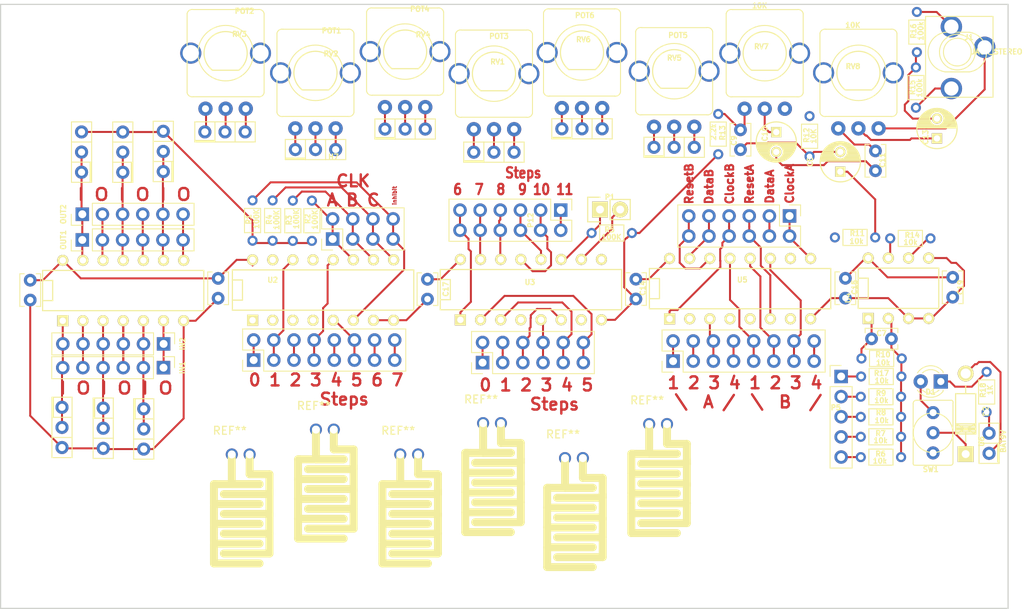
<source format=kicad_pcb>
(kicad_pcb (version 4) (host pcbnew 4.0.5)
  (layers (0 F.Cu signal) (31 B.Cu signal) (34 B.Paste user) (35 F.Paste user) (36 B.SilkS user) (37 F.SilkS user) (38 B.Mask user) (39 F.Mask user) (44 Edge.Cuts user))
  (net 0 "")
  (net 1 "Net-(C7-Pad1)")
  (net 2 "Net-(C7-Pad2)")
  (net 3 "Net-(C9-Pad1)")
  (net 4 "Net-(C8-Pad-)")
  (net 5 "Net-(C11-Pad1)")
  (net 6 "Net-(C10-Pad-)")
  (net 7 VCC)
  (net 8 GND)
  (net 9 reset)
  (net 10 clk)
  (net 11 inA)
  (net 12 inB)
  (net 13 inC)
  (net 14 inD)
  (net 15 inE)
  (net 16 inF)
  (net 17 q0)
  (net 18 q1)
  (net 19 q2)
  (net 20 q3)
  (net 21 q4)
  (net 22 q5)
  (net 23 q6)
  (net 24 q7)
  (net 25 q8)
  (net 26 q9)
  (net 27 q10)
  (net 28 q11)
  (net 29 outA)
  (net 30 outB)
  (net 31 outC)
  (net 32 outD)
  (net 33 outE)
  (net 34 outF)
  (net 35 MIX5)
  (net 36 MIX4)
  (net 37 MIX3)
  (net 38 MIX2)
  (net 39 MIX1)
  (net 40 CLKA)
  (net 41 CLKB)
  (net 42 clkC)
  (net 43 inhibit)
  (net 44 MIXOUTA)
  (net 45 MIXOUTB)
  (net 46 x0)
  (net 47 x1)
  (net 48 x2)
  (net 49 x3)
  (net 50 x4)
  (net 51 x5)
  (net 52 x6)
  (net 53 x7)
  (net 54 DATAA)
  (net 55 RESETA)
  (net 56 DATAB)
  (net 57 RESETB)
  (net 58 Q1A)
  (net 59 Q2A)
  (net 60 Q3A)
  (net 61 Q4A)
  (net 62 Q1B)
  (net 63 Q2B)
  (net 64 Q3B)
  (net 65 Q4B)
  (net 66 "Net-(U2-Pad3)")
  (net 67 "Net-(C10-Pad+)")
  (net 68 "Net-(R12-Pad1)")
  (net 69 "Net-(C8-Pad+)")
  (net 70 "Net-(C13-Pad+)")
  (net 71 "Net-(C13-Pad-)")
  (net 72 "Net-(D2-Pad1)")
  (net 73 "Net-(D2-Pad2)")
  (net 74 "Net-(H7-PadP$2)")
  (net 75 "Net-(H7-PadP$1)")
  (net 76 "Net-(H7-PadP$3)")
  (net 77 "Net-(H8-PadP$2)")
  (net 78 "Net-(H8-PadP$1)")
  (net 79 "Net-(H8-PadP$3)")
  (net 80 "Net-(H9-PadP$2)")
  (net 81 "Net-(H9-PadP$1)")
  (net 82 "Net-(H9-PadP$3)")
  (net 83 "Net-(H10-PadP$2)")
  (net 84 "Net-(H10-PadP$1)")
  (net 85 "Net-(H10-PadP$3)")
  (net 86 "Net-(H11-PadP$2)")
  (net 87 "Net-(H11-PadP$1)")
  (net 88 "Net-(H11-PadP$3)")
  (net 89 "Net-(H12-PadP$2)")
  (net 90 "Net-(H12-PadP$1)")
  (net 91 "Net-(H12-PadP$3)")
  (net 92 "Net-(D1-Pad1)")
  (net 93 "Net-(SW1-Pad1)")
  (module touchpad2 (layer F.Cu) (at 158.95212 107.38548 180)
    (fp_text reference REF** (at 0 0.5 180) (layer F.SilkS))
    (fp_text value touchpad)
    (pad 2 thru_hole circle (at -2.5 -2.5 180.05) (size 1.524 1.524) (drill 1) (layers *.Cu *.Mask))
    (pad 3 thru_hole circle (at -0.25 -2.5 180.05) (size 1.524 1.524) (drill 1) (layers *.Cu *.Mask))
  )
  (module touchpad2 (layer F.Cu) (at 138.01788 107.26864 180)
    (fp_text reference REF** (at 0 0.5 180) (layer F.SilkS))
    (fp_text value touchpad)
    (pad 2 thru_hole circle (at -2.5 -2.5 180.05) (size 1.524 1.524) (drill 1) (layers *.Cu *.Mask))
    (pad 3 thru_hole circle (at -0.25 -2.5 180.05) (size 1.524 1.524) (drill 1) (layers *.Cu *.Mask))
  )
  (module touchpad2 (layer F.Cu) (at 148.34552 111.67808 180)
    (fp_text reference REF** (at 0 0.5 180) (layer F.SilkS))
    (fp_text value touchpad)
    (pad 2 thru_hole circle (at -2.5 -2.5 180.05) (size 1.524 1.524) (drill 1) (layers *.Cu *.Mask))
    (pad 3 thru_hole circle (at -0.25 -2.5 180.05) (size 1.524 1.524) (drill 1) (layers *.Cu *.Mask))
  )
  (module Sockets_DIP:DIP-14__300 (layer F.Cu) (at 92.9005 93.0402)
    (fp_text reference U1 hide)
    (fp_text value 40106)
    (pad 1 thru_hole rect (at -7.62 3.81) (size 1.397 1.397) (drill 0.8128) (layers *.Cu *.Mask F.SilkS) (net 11 inA))
    (pad 2 thru_hole circle (at -5.08 3.81) (size 1.397 1.397) (drill 0.8128) (layers *.Cu *.Mask F.SilkS) (net 29 outA))
    (pad 3 thru_hole circle (at -2.54 3.81) (size 1.397 1.397) (drill 0.8128) (layers *.Cu *.Mask F.SilkS) (net 12 inB))
    (pad 4 thru_hole circle (at 0 3.81) (size 1.397 1.397) (drill 0.8128) (layers *.Cu *.Mask F.SilkS) (net 30 outB))
    (pad 5 thru_hole circle (at 2.54 3.81) (size 1.397 1.397) (drill 0.8128) (layers *.Cu *.Mask F.SilkS) (net 13 inC))
    (pad 6 thru_hole circle (at 5.08 3.81) (size 1.397 1.397) (drill 0.8128) (layers *.Cu *.Mask F.SilkS) (net 31 outC))
    (pad 7 thru_hole circle (at 7.62 3.81) (size 1.397 1.397) (drill 0.8128) (layers *.Cu *.Mask F.SilkS) (net 8 GND))
    (pad 8 thru_hole circle (at 7.62 -3.81) (size 1.397 1.397) (drill 0.8128) (layers *.Cu *.Mask F.SilkS) (net 32 outD))
    (pad 9 thru_hole circle (at 5.08 -3.81) (size 1.397 1.397) (drill 0.8128) (layers *.Cu *.Mask F.SilkS) (net 14 inD))
    (pad 10 thru_hole circle (at 2.54 -3.81) (size 1.397 1.397) (drill 0.8128) (layers *.Cu *.Mask F.SilkS) (net 33 outE))
    (pad 11 thru_hole circle (at 0 -3.81) (size 1.397 1.397) (drill 0.8128) (layers *.Cu *.Mask F.SilkS) (net 15 inE))
    (pad 12 thru_hole circle (at -2.54 -3.81) (size 1.397 1.397) (drill 0.8128) (layers *.Cu *.Mask F.SilkS) (net 34 outF))
    (pad 13 thru_hole circle (at -5.08 -3.81) (size 1.397 1.397) (drill 0.8128) (layers *.Cu *.Mask F.SilkS) (net 16 inF))
    (pad 14 thru_hole circle (at -7.62 -3.81) (size 1.397 1.397) (drill 0.8128) (layers *.Cu *.Mask F.SilkS) (net 7 VCC))
  )
  (module touchpad2 (layer F.Cu) (at 116.9456 108.08144 180)
    (fp_text reference REF** (at 0 0.5 180) (layer F.SilkS))
    (fp_text value touchpad)
    (pad 2 thru_hole circle (at -2.5 -2.5 180.05) (size 1.524 1.524) (drill 1) (layers *.Cu *.Mask))
    (pad 3 thru_hole circle (at -0.25 -2.5 180.05) (size 1.524 1.524) (drill 1) (layers *.Cu *.Mask))
  )
  (module touchpad2 (layer F.Cu) (at 127.5734 111.2158 180)
    (fp_text reference REF** (at 0 0.5 180) (layer F.SilkS))
    (fp_text value touchpad)
    (pad 2 thru_hole circle (at -2.5 -2.5 180.05) (size 1.524 1.524) (drill 1) (layers *.Cu *.Mask))
    (pad 3 thru_hole circle (at -0.25 -2.5 180.05) (size 1.524 1.524) (drill 1) (layers *.Cu *.Mask))
  )
  (module touchpad2 (layer F.Cu) (at 106.339 111.2158 180)
    (fp_text reference REF** (at 0 0.5 180) (layer F.SilkS))
    (fp_text value touchpad)
    (pad 2 thru_hole circle (at -2.5 -2.5 180.05) (size 1.524 1.524) (drill 1) (layers *.Cu *.Mask))
    (pad 3 thru_hole circle (at -0.25 -2.5 180.05) (size 1.524 1.524) (drill 1) (layers *.Cu *.Mask))
  )
  (module EtherkitKicadLibrary:Pin_Header_Straight_1x02 (layer F.Cu) (at 153.00452 82.81924 90)
    (fp_text reference P1 (at 1.5748 1.2446 180) (layer F.SilkS) (effects (font (size 0.646 0.646))))
    (fp_text value CLK hide)
    (pad 1 thru_hole rect (at 0 0 90) (size 2 2) (drill 1) (layers *.Cu *.Mask F.SilkS) (net 9 reset))
    (pad 2 thru_hole circle (at 0 2.54 90) (size 2 2) (drill 1) (layers *.Cu *.Mask F.SilkS) (net 10 clk))
  )
  (module Pin_Headers:Pin_Header_Straight_1x05_Pitch2.54mm (layer F.Cu) (at 183.4007 103.88346)
    (fp_text reference P5 (at -0.6731 3.9243) (layer F.SilkS) (effects (font (size 0.646 0.646))))
    (fp_text value MIX_IN)
    (pad 1 thru_hole rect (at 0 0) (size 1.7 1.7) (drill 1) (layers *.Cu *.Mask) (net 35 MIX5))
    (pad 2 thru_hole oval (at 0 2.54) (size 1.7 1.7) (drill 1) (layers *.Cu *.Mask) (net 36 MIX4))
    (pad 3 thru_hole oval (at 0 5.08) (size 1.7 1.7) (drill 1) (layers *.Cu *.Mask) (net 37 MIX3))
    (pad 4 thru_hole oval (at 0 7.62) (size 1.7 1.7) (drill 1) (layers *.Cu *.Mask) (net 38 MIX2))
    (pad 5 thru_hole oval (at 0 10.16) (size 1.7 1.7) (drill 1) (layers *.Cu *.Mask) (net 39 MIX1))
  )
  (module Pin_Headers:Pin_Header_Straight_2x04_Pitch2.54mm (layer F.Cu) (at 119.3038 86.5378 90)
    (fp_text reference P6 hide)
    (fp_text value CLKS/INH)
    (pad 1 thru_hole rect (at 0 0 90) (size 1.7 1.7) (drill 1) (layers *.Cu *.Mask) (net 40 CLKA))
    (pad 2 thru_hole oval (at 2.54 0 90) (size 1.7 1.7) (drill 1) (layers *.Cu *.Mask) (net 40 CLKA))
    (pad 3 thru_hole oval (at 0 2.54 90) (size 1.7 1.7) (drill 1) (layers *.Cu *.Mask) (net 41 CLKB))
    (pad 4 thru_hole oval (at 2.54 2.54 90) (size 1.7 1.7) (drill 1) (layers *.Cu *.Mask) (net 41 CLKB))
    (pad 5 thru_hole oval (at 0 5.08 90) (size 1.7 1.7) (drill 1) (layers *.Cu *.Mask) (net 42 clkC))
    (pad 6 thru_hole oval (at 2.54 5.08 90) (size 1.7 1.7) (drill 1) (layers *.Cu *.Mask) (net 42 clkC))
    (pad 7 thru_hole oval (at 0 7.62 90) (size 1.7 1.7) (drill 1) (layers *.Cu *.Mask) (net 43 inhibit))
    (pad 8 thru_hole oval (at 2.54 7.62 90) (size 1.7 1.7) (drill 1) (layers *.Cu *.Mask) (net 43 inhibit))
  )
  (module Pin_Headers:Pin_Header_Straight_2x08_Pitch2.54mm (layer F.Cu) (at 109.347 101.8159 90)
    (fp_text reference P8 hide)
    (fp_text value "STEP OUT")
    (pad 1 thru_hole rect (at 0 0 90) (size 1.7 1.7) (drill 1) (layers *.Cu *.Mask) (net 46 x0))
    (pad 2 thru_hole oval (at 2.54 0 90) (size 1.7 1.7) (drill 1) (layers *.Cu *.Mask) (net 46 x0))
    (pad 3 thru_hole oval (at 0 2.54 90) (size 1.7 1.7) (drill 1) (layers *.Cu *.Mask) (net 47 x1))
    (pad 4 thru_hole oval (at 2.54 2.54 90) (size 1.7 1.7) (drill 1) (layers *.Cu *.Mask) (net 47 x1))
    (pad 5 thru_hole oval (at 0 5.08 90) (size 1.7 1.7) (drill 1) (layers *.Cu *.Mask) (net 48 x2))
    (pad 6 thru_hole oval (at 2.54 5.08 90) (size 1.7 1.7) (drill 1) (layers *.Cu *.Mask) (net 48 x2))
    (pad 7 thru_hole oval (at 0 7.62 90) (size 1.7 1.7) (drill 1) (layers *.Cu *.Mask) (net 49 x3))
    (pad 8 thru_hole oval (at 2.54 7.62 90) (size 1.7 1.7) (drill 1) (layers *.Cu *.Mask) (net 49 x3))
    (pad 9 thru_hole oval (at 0 10.16 90) (size 1.7 1.7) (drill 1) (layers *.Cu *.Mask) (net 50 x4))
    (pad 10 thru_hole oval (at 2.54 10.16 90) (size 1.7 1.7) (drill 1) (layers *.Cu *.Mask) (net 50 x4))
    (pad 11 thru_hole oval (at 0 12.7 90) (size 1.7 1.7) (drill 1) (layers *.Cu *.Mask) (net 51 x5))
    (pad 12 thru_hole oval (at 2.54 12.7 90) (size 1.7 1.7) (drill 1) (layers *.Cu *.Mask) (net 51 x5))
    (pad 13 thru_hole oval (at 0 15.24 90) (size 1.7 1.7) (drill 1) (layers *.Cu *.Mask) (net 52 x6))
    (pad 14 thru_hole oval (at 2.54 15.24 90) (size 1.7 1.7) (drill 1) (layers *.Cu *.Mask) (net 52 x6))
    (pad 15 thru_hole oval (at 0 17.78 90) (size 1.7 1.7) (drill 1) (layers *.Cu *.Mask) (net 53 x7))
    (pad 16 thru_hole oval (at 2.54 17.78 90) (size 1.7 1.7) (drill 1) (layers *.Cu *.Mask) (net 53 x7))
  )
  (module Pin_Headers:Pin_Header_Straight_2x06_Pitch2.54mm (layer F.Cu) (at 176.8983 83.6295 270)
    (fp_text reference P10 hide)
    (fp_text value CLKSA&B)
    (pad 1 thru_hole rect (at 0 0 270) (size 1.7 1.7) (drill 1) (layers *.Cu *.Mask) (net 40 CLKA))
    (pad 2 thru_hole oval (at 2.54 0 270) (size 1.7 1.7) (drill 1) (layers *.Cu *.Mask) (net 40 CLKA))
    (pad 3 thru_hole oval (at 0 2.54 270) (size 1.7 1.7) (drill 1) (layers *.Cu *.Mask) (net 54 DATAA))
    (pad 4 thru_hole oval (at 2.54 2.54 270) (size 1.7 1.7) (drill 1) (layers *.Cu *.Mask) (net 54 DATAA))
    (pad 5 thru_hole oval (at 0 5.08 270) (size 1.7 1.7) (drill 1) (layers *.Cu *.Mask) (net 55 RESETA))
    (pad 6 thru_hole oval (at 2.54 5.08 270) (size 1.7 1.7) (drill 1) (layers *.Cu *.Mask) (net 55 RESETA))
    (pad 7 thru_hole oval (at 0 7.62 270) (size 1.7 1.7) (drill 1) (layers *.Cu *.Mask) (net 41 CLKB))
    (pad 8 thru_hole oval (at 2.54 7.62 270) (size 1.7 1.7) (drill 1) (layers *.Cu *.Mask) (net 41 CLKB))
    (pad 9 thru_hole oval (at 0 10.16 270) (size 1.7 1.7) (drill 1) (layers *.Cu *.Mask) (net 56 DATAB))
    (pad 10 thru_hole oval (at 2.54 10.16 270) (size 1.7 1.7) (drill 1) (layers *.Cu *.Mask) (net 56 DATAB))
    (pad 11 thru_hole oval (at 0 12.7 270) (size 1.7 1.7) (drill 1) (layers *.Cu *.Mask) (net 57 RESETB))
    (pad 12 thru_hole oval (at 2.54 12.7 270) (size 1.7 1.7) (drill 1) (layers *.Cu *.Mask) (net 57 RESETB))
  )
  (module Pin_Headers:Pin_Header_Straight_2x08_Pitch2.54mm (layer F.Cu) (at 162.2171 101.9429 90)
    (fp_text reference P11 hide)
    (fp_text value OUTS)
    (pad 1 thru_hole rect (at 0 0 90) (size 1.7 1.7) (drill 1) (layers *.Cu *.Mask) (net 58 Q1A))
    (pad 2 thru_hole oval (at 2.54 0 90) (size 1.7 1.7) (drill 1) (layers *.Cu *.Mask) (net 58 Q1A))
    (pad 3 thru_hole oval (at 0 2.54 90) (size 1.7 1.7) (drill 1) (layers *.Cu *.Mask) (net 59 Q2A))
    (pad 4 thru_hole oval (at 2.54 2.54 90) (size 1.7 1.7) (drill 1) (layers *.Cu *.Mask) (net 59 Q2A))
    (pad 5 thru_hole oval (at 0 5.08 90) (size 1.7 1.7) (drill 1) (layers *.Cu *.Mask) (net 60 Q3A))
    (pad 6 thru_hole oval (at 2.54 5.08 90) (size 1.7 1.7) (drill 1) (layers *.Cu *.Mask) (net 60 Q3A))
    (pad 7 thru_hole oval (at 0 7.62 90) (size 1.7 1.7) (drill 1) (layers *.Cu *.Mask) (net 61 Q4A))
    (pad 8 thru_hole oval (at 2.54 7.62 90) (size 1.7 1.7) (drill 1) (layers *.Cu *.Mask) (net 61 Q4A))
    (pad 9 thru_hole oval (at 0 10.16 90) (size 1.7 1.7) (drill 1) (layers *.Cu *.Mask) (net 62 Q1B))
    (pad 10 thru_hole oval (at 2.54 10.16 90) (size 1.7 1.7) (drill 1) (layers *.Cu *.Mask) (net 62 Q1B))
    (pad 11 thru_hole oval (at 0 12.7 90) (size 1.7 1.7) (drill 1) (layers *.Cu *.Mask) (net 63 Q2B))
    (pad 12 thru_hole oval (at 2.54 12.7 90) (size 1.7 1.7) (drill 1) (layers *.Cu *.Mask) (net 63 Q2B))
    (pad 13 thru_hole oval (at 0 15.24 90) (size 1.7 1.7) (drill 1) (layers *.Cu *.Mask) (net 64 Q3B))
    (pad 14 thru_hole oval (at 2.54 15.24 90) (size 1.7 1.7) (drill 1) (layers *.Cu *.Mask) (net 64 Q3B))
    (pad 15 thru_hole oval (at 0 17.78 90) (size 1.7 1.7) (drill 1) (layers *.Cu *.Mask) (net 65 Q4B))
    (pad 16 thru_hole oval (at 2.54 17.78 90) (size 1.7 1.7) (drill 1) (layers *.Cu *.Mask) (net 65 Q4B))
  )
  (module Sockets_DIP:DIP-16__300 (layer F.Cu) (at 118.0973 92.9767)
    (fp_text reference U2 (at -6.35 -1.27) (layer F.SilkS) (effects (font (size 0.646 0.646))))
    (fp_text value 4051)
    (pad 1 thru_hole rect (at -8.89 3.81) (size 1.397 1.397) (drill 0.8128) (layers *.Cu *.Mask F.SilkS) (net 50 x4))
    (pad 2 thru_hole circle (at -6.35 3.81) (size 1.397 1.397) (drill 0.8128) (layers *.Cu *.Mask F.SilkS) (net 52 x6))
    (pad 3 thru_hole circle (at -3.81 3.81) (size 1.397 1.397) (drill 0.8128) (layers *.Cu *.Mask F.SilkS) (net 66 "Net-(U2-Pad3)"))
    (pad 4 thru_hole circle (at -1.27 3.81) (size 1.397 1.397) (drill 0.8128) (layers *.Cu *.Mask F.SilkS) (net 53 x7))
    (pad 5 thru_hole circle (at 1.27 3.81) (size 1.397 1.397) (drill 0.8128) (layers *.Cu *.Mask F.SilkS) (net 51 x5))
    (pad 6 thru_hole circle (at 3.81 3.81) (size 1.397 1.397) (drill 0.8128) (layers *.Cu *.Mask F.SilkS) (net 43 inhibit))
    (pad 7 thru_hole circle (at 6.35 3.81) (size 1.397 1.397) (drill 0.8128) (layers *.Cu *.Mask F.SilkS) (net 8 GND))
    (pad 8 thru_hole circle (at 8.89 3.81) (size 1.397 1.397) (drill 0.8128) (layers *.Cu *.Mask F.SilkS) (net 8 GND))
    (pad 9 thru_hole circle (at 8.89 -3.81) (size 1.397 1.397) (drill 0.8128) (layers *.Cu *.Mask F.SilkS) (net 42 clkC))
    (pad 10 thru_hole circle (at 6.35 -3.81) (size 1.397 1.397) (drill 0.8128) (layers *.Cu *.Mask F.SilkS) (net 41 CLKB))
    (pad 11 thru_hole circle (at 3.81 -3.81) (size 1.397 1.397) (drill 0.8128) (layers *.Cu *.Mask F.SilkS) (net 40 CLKA))
    (pad 12 thru_hole circle (at 1.27 -3.81) (size 1.397 1.397) (drill 0.8128) (layers *.Cu *.Mask F.SilkS) (net 49 x3))
    (pad 13 thru_hole circle (at -1.27 -3.81) (size 1.397 1.397) (drill 0.8128) (layers *.Cu *.Mask F.SilkS) (net 46 x0))
    (pad 14 thru_hole circle (at -3.81 -3.81) (size 1.397 1.397) (drill 0.8128) (layers *.Cu *.Mask F.SilkS) (net 47 x1))
    (pad 15 thru_hole circle (at -6.35 -3.81) (size 1.397 1.397) (drill 0.8128) (layers *.Cu *.Mask F.SilkS) (net 48 x2))
    (pad 16 thru_hole circle (at -8.89 -3.81) (size 1.397 1.397) (drill 0.8128) (layers *.Cu *.Mask F.SilkS) (net 7 VCC))
  )
  (module Sockets_DIP:DIP-16__300 (layer F.Cu) (at 144.2974 92.9259)
    (fp_text reference U3 (at -0.127 -0.9398) (layer F.SilkS) (effects (font (size 0.646 0.646))))
    (fp_text value 4040)
    (pad 1 thru_hole rect (at -8.89 3.81) (size 1.397 1.397) (drill 0.8128) (layers *.Cu *.Mask F.SilkS) (net 28 q11))
    (pad 2 thru_hole circle (at -6.35 3.81) (size 1.397 1.397) (drill 0.8128) (layers *.Cu *.Mask F.SilkS) (net 22 q5))
    (pad 3 thru_hole circle (at -3.81 3.81) (size 1.397 1.397) (drill 0.8128) (layers *.Cu *.Mask F.SilkS) (net 21 q4))
    (pad 4 thru_hole circle (at -1.27 3.81) (size 1.397 1.397) (drill 0.8128) (layers *.Cu *.Mask F.SilkS) (net 23 q6))
    (pad 5 thru_hole circle (at 1.27 3.81) (size 1.397 1.397) (drill 0.8128) (layers *.Cu *.Mask F.SilkS) (net 20 q3))
    (pad 6 thru_hole circle (at 3.81 3.81) (size 1.397 1.397) (drill 0.8128) (layers *.Cu *.Mask F.SilkS) (net 19 q2))
    (pad 7 thru_hole circle (at 6.35 3.81) (size 1.397 1.397) (drill 0.8128) (layers *.Cu *.Mask F.SilkS) (net 18 q1))
    (pad 8 thru_hole circle (at 8.89 3.81) (size 1.397 1.397) (drill 0.8128) (layers *.Cu *.Mask F.SilkS) (net 8 GND))
    (pad 9 thru_hole circle (at 8.89 -3.81) (size 1.397 1.397) (drill 0.8128) (layers *.Cu *.Mask F.SilkS) (net 17 q0))
    (pad 10 thru_hole circle (at 6.35 -3.81) (size 1.397 1.397) (drill 0.8128) (layers *.Cu *.Mask F.SilkS) (net 10 clk))
    (pad 11 thru_hole circle (at 3.81 -3.81) (size 1.397 1.397) (drill 0.8128) (layers *.Cu *.Mask F.SilkS) (net 9 reset))
    (pad 12 thru_hole circle (at 1.27 -3.81) (size 1.397 1.397) (drill 0.8128) (layers *.Cu *.Mask F.SilkS) (net 25 q8))
    (pad 13 thru_hole circle (at -1.27 -3.81) (size 1.397 1.397) (drill 0.8128) (layers *.Cu *.Mask F.SilkS) (net 24 q7))
    (pad 14 thru_hole circle (at -3.81 -3.81) (size 1.397 1.397) (drill 0.8128) (layers *.Cu *.Mask F.SilkS) (net 26 q9))
    (pad 15 thru_hole circle (at -6.35 -3.81) (size 1.397 1.397) (drill 0.8128) (layers *.Cu *.Mask F.SilkS) (net 27 q10))
    (pad 16 thru_hole circle (at -8.89 -3.81) (size 1.397 1.397) (drill 0.8128) (layers *.Cu *.Mask F.SilkS) (net 7 VCC))
  )
  (module Sockets_DIP:DIP-8__300 (layer F.Cu) (at 190.627 92.7481)
    (fp_text reference U4 (at -6.3373 1.234441 90) (layer F.SilkS) (effects (font (size 0.646 0.646))))
    (fp_text value TL082)
    (pad 1 thru_hole rect (at -3.81 3.81) (size 1.397 1.397) (drill 0.8128) (layers *.Cu *.Mask F.SilkS) (net 1 "Net-(C7-Pad1)"))
    (pad 2 thru_hole circle (at -1.27 3.81) (size 1.397 1.397) (drill 0.8128) (layers *.Cu *.Mask F.SilkS) (net 2 "Net-(C7-Pad2)"))
    (pad 3 thru_hole circle (at 1.27 3.81) (size 1.397 1.397) (drill 0.8128) (layers *.Cu *.Mask F.SilkS) (net 8 GND))
    (pad 4 thru_hole circle (at 3.81 3.81) (size 1.397 1.397) (drill 0.8128) (layers *.Cu *.Mask F.SilkS) (net 8 GND))
    (pad 5 thru_hole circle (at 3.81 -3.81) (size 1.397 1.397) (drill 0.8128) (layers *.Cu *.Mask F.SilkS) (net 8 GND))
    (pad 6 thru_hole circle (at 1.27 -3.81) (size 1.397 1.397) (drill 0.8128) (layers *.Cu *.Mask F.SilkS) (net 6 "Net-(C10-Pad-)"))
    (pad 7 thru_hole circle (at -1.27 -3.81) (size 1.397 1.397) (drill 0.8128) (layers *.Cu *.Mask F.SilkS) (net 5 "Net-(C11-Pad1)"))
    (pad 8 thru_hole circle (at -3.81 -3.81) (size 1.397 1.397) (drill 0.8128) (layers *.Cu *.Mask F.SilkS) (net 7 VCC))
  )
  (module Sockets_DIP:DIP-16__300 (layer F.Cu) (at 170.6626 92.7989)
    (fp_text reference U5 (at 0.2794 -1.1176) (layer F.SilkS) (effects (font (size 0.646 0.646))))
    (fp_text value 4015)
    (pad 1 thru_hole rect (at -8.89 3.81) (size 1.397 1.397) (drill 0.8128) (layers *.Cu *.Mask F.SilkS) (net 41 CLKB))
    (pad 2 thru_hole circle (at -6.35 3.81) (size 1.397 1.397) (drill 0.8128) (layers *.Cu *.Mask F.SilkS) (net 65 Q4B))
    (pad 3 thru_hole circle (at -3.81 3.81) (size 1.397 1.397) (drill 0.8128) (layers *.Cu *.Mask F.SilkS) (net 60 Q3A))
    (pad 4 thru_hole circle (at -1.27 3.81) (size 1.397 1.397) (drill 0.8128) (layers *.Cu *.Mask F.SilkS) (net 59 Q2A))
    (pad 5 thru_hole circle (at 1.27 3.81) (size 1.397 1.397) (drill 0.8128) (layers *.Cu *.Mask F.SilkS) (net 58 Q1A))
    (pad 6 thru_hole circle (at 3.81 3.81) (size 1.397 1.397) (drill 0.8128) (layers *.Cu *.Mask F.SilkS) (net 55 RESETA))
    (pad 7 thru_hole circle (at 6.35 3.81) (size 1.397 1.397) (drill 0.8128) (layers *.Cu *.Mask F.SilkS) (net 54 DATAA))
    (pad 8 thru_hole circle (at 8.89 3.81) (size 1.397 1.397) (drill 0.8128) (layers *.Cu *.Mask F.SilkS) (net 8 GND))
    (pad 9 thru_hole circle (at 8.89 -3.81) (size 1.397 1.397) (drill 0.8128) (layers *.Cu *.Mask F.SilkS) (net 40 CLKA))
    (pad 10 thru_hole circle (at 6.35 -3.81) (size 1.397 1.397) (drill 0.8128) (layers *.Cu *.Mask F.SilkS) (net 61 Q4A))
    (pad 11 thru_hole circle (at 3.81 -3.81) (size 1.397 1.397) (drill 0.8128) (layers *.Cu *.Mask F.SilkS) (net 64 Q3B))
    (pad 12 thru_hole circle (at 1.27 -3.81) (size 1.397 1.397) (drill 0.8128) (layers *.Cu *.Mask F.SilkS) (net 63 Q2B))
    (pad 13 thru_hole circle (at -1.27 -3.81) (size 1.397 1.397) (drill 0.8128) (layers *.Cu *.Mask F.SilkS) (net 62 Q1B))
    (pad 14 thru_hole circle (at -3.81 -3.81) (size 1.397 1.397) (drill 0.8128) (layers *.Cu *.Mask F.SilkS) (net 57 RESETB))
    (pad 15 thru_hole circle (at -6.35 -3.81) (size 1.397 1.397) (drill 0.8128) (layers *.Cu *.Mask F.SilkS) (net 56 DATAB))
    (pad 16 thru_hole circle (at -8.89 -3.81) (size 1.397 1.397) (drill 0.8128) (layers *.Cu *.Mask F.SilkS) (net 7 VCC))
  )
  (module 4ms-footprints:POT-9MM-ALPHA (layer F.Cu) (at 150.7363 63.0047 180)
    (fp_text reference RV6 (at 0.8255 1.2573 180) (layer F.SilkS) (effects (font (size 0.646 0.646)) (justify left bottom)))
    (fp_text value POT6 (at 0.9652 4.3053 180) (layer F.SilkS) (effects (font (size 0.646 0.646)) (justify left bottom)))
    (pad 3 thru_hole circle (at -2.540163 -7.012243 90) (size 1.8034 1.8034) (drill 0.889) (layers *.Cu *.Mask) (net 91 "Net-(H12-PadP$3)"))
    (pad 2 thru_hole circle (at -0.000163 -7.012243 90) (size 1.8034 1.8034) (drill 0.889) (layers *.Cu *.Mask) (net 89 "Net-(H12-PadP$2)"))
    (pad 1 thru_hole circle (at 2.539837 -7.012243 90) (size 1.8034 1.8034) (drill 0.889) (layers *.Cu *.Mask) (net 90 "Net-(H12-PadP$1)"))
    (pad 4 thru_hole circle (at 4.394037 -0.001843 180) (size 2.667 2.667) (drill 2.0574) (layers *.Cu *.Mask))
    (pad 5 thru_hole circle (at -4.394363 -0.001843 180) (size 2.667 2.667) (drill 2.0574) (layers *.Cu *.Mask))
  )
  (module 4ms-footprints:POT-9MM-ALPHA (layer F.Cu) (at 162.35172 65.36436 180)
    (fp_text reference RV5 (at 0.9779 1.2954 180) (layer F.SilkS) (effects (font (size 0.646 0.646)) (justify left bottom)))
    (fp_text value POT5 (at 0.8255 4.1529 180) (layer F.SilkS) (effects (font (size 0.646 0.646)) (justify left bottom)))
    (pad 3 thru_hole circle (at -2.540163 -7.012243 90) (size 1.8034 1.8034) (drill 0.889) (layers *.Cu *.Mask) (net 88 "Net-(H11-PadP$3)"))
    (pad 2 thru_hole circle (at -0.000163 -7.012243 90) (size 1.8034 1.8034) (drill 0.889) (layers *.Cu *.Mask) (net 86 "Net-(H11-PadP$2)"))
    (pad 1 thru_hole circle (at 2.539837 -7.012243 90) (size 1.8034 1.8034) (drill 0.889) (layers *.Cu *.Mask) (net 87 "Net-(H11-PadP$1)"))
    (pad 4 thru_hole circle (at 4.394037 -0.001843 180) (size 2.667 2.667) (drill 2.0574) (layers *.Cu *.Mask))
    (pad 5 thru_hole circle (at -4.394363 -0.001843 180) (size 2.667 2.667) (drill 2.0574) (layers *.Cu *.Mask))
  )
  (module 4ms-footprints:POT-9MM-ALPHA (layer F.Cu) (at 128.4351 62.8904 180)
    (fp_text reference RV4 (at -1.257463 1.763457 180) (layer F.SilkS) (effects (font (size 0.646 0.646)) (justify left bottom)))
    (fp_text value POT4 (at -0.546263 4.989257 180) (layer F.SilkS) (effects (font (size 0.646 0.646)) (justify left bottom)))
    (pad 3 thru_hole circle (at -2.540163 -7.012243 90) (size 1.8034 1.8034) (drill 0.889) (layers *.Cu *.Mask) (net 85 "Net-(H10-PadP$3)"))
    (pad 2 thru_hole circle (at -0.000163 -7.012243 90) (size 1.8034 1.8034) (drill 0.889) (layers *.Cu *.Mask) (net 83 "Net-(H10-PadP$2)"))
    (pad 1 thru_hole circle (at 2.539837 -7.012243 90) (size 1.8034 1.8034) (drill 0.889) (layers *.Cu *.Mask) (net 84 "Net-(H10-PadP$1)"))
    (pad 4 thru_hole circle (at 4.394037 -0.001843 180) (size 2.667 2.667) (drill 2.0574) (layers *.Cu *.Mask))
    (pad 5 thru_hole circle (at -4.394363 -0.001843 180) (size 2.667 2.667) (drill 2.0574) (layers *.Cu *.Mask))
  )
  (module 4ms-footprints:POT-9MM-ALPHA (layer F.Cu) (at 105.811157 63.086677 180)
    (fp_text reference RV3 (at -0.736763 2.017457 180) (layer F.SilkS) (effects (font (size 0.646 0.646)) (justify left bottom)))
    (fp_text value POT2 (at -1.066963 4.925757 180) (layer F.SilkS) (effects (font (size 0.646 0.646)) (justify left bottom)))
    (pad 3 thru_hole circle (at -2.540163 -7.012243 90) (size 1.8034 1.8034) (drill 0.889) (layers *.Cu *.Mask) (net 79 "Net-(H8-PadP$3)"))
    (pad 2 thru_hole circle (at -0.000163 -7.012243 90) (size 1.8034 1.8034) (drill 0.889) (layers *.Cu *.Mask) (net 77 "Net-(H8-PadP$2)"))
    (pad 1 thru_hole circle (at 2.539837 -7.012243 90) (size 1.8034 1.8034) (drill 0.889) (layers *.Cu *.Mask) (net 78 "Net-(H8-PadP$1)"))
    (pad 4 thru_hole circle (at 4.394037 -0.001843 180) (size 2.667 2.667) (drill 2.0574) (layers *.Cu *.Mask))
    (pad 5 thru_hole circle (at -4.394363 -0.001843 180) (size 2.667 2.667) (drill 2.0574) (layers *.Cu *.Mask))
  )
  (module 4ms-footprints:POT-9MM-ALPHA (layer F.Cu) (at 117.13464 65.57264 180)
    (fp_text reference RV2 (at -0.952663 2.030157 180) (layer F.SilkS) (effects (font (size 0.646 0.646)) (justify left bottom)))
    (fp_text value POT1 (at -0.711363 4.938457 180) (layer F.SilkS) (effects (font (size 0.646 0.646)) (justify left bottom)))
    (pad 3 thru_hole circle (at -2.540163 -7.012243 90) (size 1.8034 1.8034) (drill 0.889) (layers *.Cu *.Mask) (net 76 "Net-(H7-PadP$3)"))
    (pad 2 thru_hole circle (at -0.000163 -7.012243 90) (size 1.8034 1.8034) (drill 0.889) (layers *.Cu *.Mask) (net 74 "Net-(H7-PadP$2)"))
    (pad 1 thru_hole circle (at 2.539837 -7.012243 90) (size 1.8034 1.8034) (drill 0.889) (layers *.Cu *.Mask) (net 75 "Net-(H7-PadP$1)"))
    (pad 4 thru_hole circle (at 4.394037 -0.001843 180) (size 2.667 2.667) (drill 2.0574) (layers *.Cu *.Mask))
    (pad 5 thru_hole circle (at -4.394363 -0.001843 180) (size 2.667 2.667) (drill 2.0574) (layers *.Cu *.Mask))
  )
  (module 4ms-footprints:POT-9MM-ALPHA (layer F.Cu) (at 139.63904 65.67424 180)
    (fp_text reference RV1 (at 0.5461 1.1176 180) (layer F.SilkS) (effects (font (size 0.646 0.646)) (justify left bottom)))
    (fp_text value POT3 (at 0.6858 4.3434 180) (layer F.SilkS) (effects (font (size 0.646 0.646)) (justify left bottom)))
    (pad 3 thru_hole circle (at -2.540163 -7.012243 90) (size 1.8034 1.8034) (drill 0.889) (layers *.Cu *.Mask) (net 82 "Net-(H9-PadP$3)"))
    (pad 2 thru_hole circle (at -0.000163 -7.012243 90) (size 1.8034 1.8034) (drill 0.889) (layers *.Cu *.Mask) (net 80 "Net-(H9-PadP$2)"))
    (pad 1 thru_hole circle (at 2.539837 -7.012243 90) (size 1.8034 1.8034) (drill 0.889) (layers *.Cu *.Mask) (net 81 "Net-(H9-PadP$1)"))
    (pad 4 thru_hole circle (at 4.394037 -0.001843 180) (size 2.667 2.667) (drill 2.0574) (layers *.Cu *.Mask))
    (pad 5 thru_hole circle (at -4.394363 -0.001843 180) (size 2.667 2.667) (drill 2.0574) (layers *.Cu *.Mask))
  )
  (module 4ms-footprints:POT-9MM-ALPHA (layer F.Cu) (at 185.58256 65.57264 180)
    (fp_text reference RV8 (at 1.692356 0.43732 180) (layer F.SilkS) (effects (font (size 0.646 0.646)) (justify left bottom)))
    (fp_text value 10K (at 1.743156 5.63162 180) (layer F.SilkS) (effects (font (size 0.646 0.646)) (justify left bottom)))
    (pad 3 thru_hole circle (at -2.540163 -7.012243 90) (size 1.8034 1.8034) (drill 0.889) (layers *.Cu *.Mask) (net 8 GND))
    (pad 2 thru_hole circle (at -0.000163 -7.012243 90) (size 1.8034 1.8034) (drill 0.889) (layers *.Cu *.Mask) (net 70 "Net-(C13-Pad+)"))
    (pad 1 thru_hole circle (at 2.539837 -7.012243 90) (size 1.8034 1.8034) (drill 0.889) (layers *.Cu *.Mask) (net 5 "Net-(C11-Pad1)"))
    (pad 4 thru_hole circle (at 4.394037 -0.001843 180) (size 2.667 2.667) (drill 2.0574) (layers *.Cu *.Mask))
    (pad 5 thru_hole circle (at -4.394363 -0.001843 180) (size 2.667 2.667) (drill 2.0574) (layers *.Cu *.Mask))
  )
  (module 4ms-footprints:POT-9MM-ALPHA (layer F.Cu) (at 173.766317 63.091757 180)
    (fp_text reference RV7 (at 1.422237 0.455357 180) (layer F.SilkS) (effects (font (size 0.646 0.646)) (justify left bottom)))
    (fp_text value 10K (at 1.676237 5.611557 180) (layer F.SilkS) (effects (font (size 0.646 0.646)) (justify left bottom)))
    (pad 3 thru_hole circle (at -2.540163 -7.012243 90) (size 1.8034 1.8034) (drill 0.889) (layers *.Cu *.Mask) (net 68 "Net-(R12-Pad1)"))
    (pad 2 thru_hole circle (at -0.000163 -7.012243 90) (size 1.8034 1.8034) (drill 0.889) (layers *.Cu *.Mask) (net 67 "Net-(C10-Pad+)"))
    (pad 1 thru_hole circle (at 2.539837 -7.012243 90) (size 1.8034 1.8034) (drill 0.889) (layers *.Cu *.Mask) (net 3 "Net-(C9-Pad1)"))
    (pad 4 thru_hole circle (at 4.394037 -0.001843 180) (size 2.667 2.667) (drill 2.0574) (layers *.Cu *.Mask))
    (pad 5 thru_hole circle (at -4.394363 -0.001843 180) (size 2.667 2.667) (drill 2.0574) (layers *.Cu *.Mask))
  )
  (module 4ms-footprints:R-TH (layer F.Cu) (at 188.50356 101.61016)
    (fp_text reference R10 (at -0.86868 -0.11684) (layer F.SilkS) (effects (font (size 0.646 0.646)) (justify left bottom)))
    (fp_text value 10k (at -0.7874 0.9144) (layer F.SilkS) (effects (font (size 0.646 0.646)) (justify left bottom)))
    (pad 1 thru_hole circle (at -2.54 0 90) (size 1.27 1.27) (drill 0.7112) (layers *.Cu *.Mask) (net 1 "Net-(C7-Pad1)"))
    (pad 2 thru_hole circle (at 2.54 0 90) (size 1.27 1.27) (drill 0.7112) (layers *.Cu *.Mask) (net 2 "Net-(C7-Pad2)"))
  )
  (module 4ms-footprints:R-TH (layer F.Cu) (at 188.4553 103.88346 180)
    (fp_text reference R17 (at 1.0033 0.0381 180) (layer F.SilkS) (effects (font (size 0.646 0.646)) (justify left bottom)))
    (fp_text value 10k (at 0.9144 -0.9144 180) (layer F.SilkS) (effects (font (size 0.646 0.646)) (justify left bottom)))
    (pad 1 thru_hole circle (at -2.54 0 270) (size 1.27 1.27) (drill 0.7112) (layers *.Cu *.Mask) (net 2 "Net-(C7-Pad2)"))
    (pad 2 thru_hole circle (at 2.54 0 270) (size 1.27 1.27) (drill 0.7112) (layers *.Cu *.Mask) (net 35 MIX5))
  )
  (module 4ms-footprints:R-TH (layer F.Cu) (at 192.94856 60.43168 270)
    (fp_text reference R16 (at 0.90932 0.04064 270) (layer F.SilkS) (effects (font (size 0.646 0.646)) (justify left bottom)))
    (fp_text value 100k (at 1.14808 -0.86868 270) (layer F.SilkS) (effects (font (size 0.646 0.646)) (justify left bottom)))
    (pad 1 thru_hole circle (at -2.54 0) (size 1.27 1.27) (drill 0.7112) (layers *.Cu *.Mask) (net 45 MIXOUTB))
    (pad 2 thru_hole circle (at 2.54 0) (size 1.27 1.27) (drill 0.7112) (layers *.Cu *.Mask) (net 71 "Net-(C13-Pad-)"))
  )
  (module 4ms-footprints:R-TH (layer F.Cu) (at 192.82664 67.43192 90)
    (fp_text reference R15 (at -1.021337 -0.054219 90) (layer F.SilkS) (effects (font (size 0.646 0.646)) (justify left bottom)))
    (fp_text value 100k (at -1.326137 0.847481 90) (layer F.SilkS) (effects (font (size 0.646 0.646)) (justify left bottom)))
    (pad 1 thru_hole circle (at -2.54 0 180) (size 1.27 1.27) (drill 0.7112) (layers *.Cu *.Mask) (net 44 MIXOUTA))
    (pad 2 thru_hole circle (at 2.54 0 180) (size 1.27 1.27) (drill 0.7112) (layers *.Cu *.Mask) (net 71 "Net-(C13-Pad-)"))
  )
  (module 4ms-footprints:R-TH (layer F.Cu) (at 192.1256 86.4616)
    (fp_text reference R14 (at -0.79502 -0.0381) (layer F.SilkS) (effects (font (size 0.646 0.646)) (justify left bottom)))
    (fp_text value 10k (at -0.9525 0.8636) (layer F.SilkS) (effects (font (size 0.646 0.646)) (justify left bottom)))
    (pad 1 thru_hole circle (at -2.54 0 90) (size 1.27 1.27) (drill 0.7112) (layers *.Cu *.Mask) (net 5 "Net-(C11-Pad1)"))
    (pad 2 thru_hole circle (at 2.54 0 90) (size 1.27 1.27) (drill 0.7112) (layers *.Cu *.Mask) (net 6 "Net-(C10-Pad-)"))
  )
  (module 4ms-footprints:R-TH (layer F.Cu) (at 167.90924 73.3044 270)
    (fp_text reference R13 (at 0.87376 -0.90932 270) (layer F.SilkS) (effects (font (size 0.646 0.646)) (justify left bottom)))
    (fp_text value 2.2k (at 0.87376 0.23876 270) (layer F.SilkS) (effects (font (size 0.646 0.646)) (justify left bottom)))
    (pad 1 thru_hole circle (at -2.54 0) (size 1.27 1.27) (drill 0.7112) (layers *.Cu *.Mask) (net 3 "Net-(C9-Pad1)"))
    (pad 2 thru_hole circle (at 2.54 0) (size 1.27 1.27) (drill 0.7112) (layers *.Cu *.Mask) (net 8 GND))
  )
  (module 4ms-footprints:R-TH (layer F.Cu) (at 179.42052 73.57364 270)
    (fp_text reference R12 (at 0.90932 0 270) (layer F.SilkS) (effects (font (size 0.646 0.646)) (justify left bottom)))
    (fp_text value 10K (at 1.016 -0.889 270) (layer F.SilkS) (effects (font (size 0.646 0.646)) (justify left bottom)))
    (pad 1 thru_hole circle (at -2.54 0) (size 1.27 1.27) (drill 0.7112) (layers *.Cu *.Mask) (net 68 "Net-(R12-Pad1)"))
    (pad 2 thru_hole circle (at 2.54 0) (size 1.27 1.27) (drill 0.7112) (layers *.Cu *.Mask) (net 4 "Net-(C8-Pad-)"))
  )
  (module 4ms-footprints:R-TH (layer F.Cu) (at 185.15584 86.33968 180)
    (fp_text reference R11 (at 0.75184 0.13716 180) (layer F.SilkS) (effects (font (size 0.646 0.646)) (justify left bottom)))
    (fp_text value 10k (at 0.79248 -0.85344 180) (layer F.SilkS) (effects (font (size 0.646 0.646)) (justify left bottom)))
    (pad 1 thru_hole circle (at -2.54 0 270) (size 1.27 1.27) (drill 0.7112) (layers *.Cu *.Mask) (net 69 "Net-(C8-Pad+)"))
    (pad 2 thru_hole circle (at 2.54 0 270) (size 1.27 1.27) (drill 0.7112) (layers *.Cu *.Mask) (net 1 "Net-(C7-Pad1)"))
  )
  (module 4ms-footprints:R-TH (layer F.Cu) (at 188.4172 106.43616 180)
    (fp_text reference R9 (at 0.7239 0.0635 180) (layer F.SilkS) (effects (font (size 0.646 0.646)) (justify left bottom)))
    (fp_text value 10k (at 0.9144 -0.8509 180) (layer F.SilkS) (effects (font (size 0.646 0.646)) (justify left bottom)))
    (pad 1 thru_hole circle (at -2.54 0 270) (size 1.27 1.27) (drill 0.7112) (layers *.Cu *.Mask) (net 2 "Net-(C7-Pad2)"))
    (pad 2 thru_hole circle (at 2.54 0 270) (size 1.27 1.27) (drill 0.7112) (layers *.Cu *.Mask) (net 36 MIX4))
  )
  (module 4ms-footprints:R-TH (layer F.Cu) (at 188.4172 108.97616 180)
    (fp_text reference R8 (at 0.7239 0.1651 180) (layer F.SilkS) (effects (font (size 0.646 0.646)) (justify left bottom)))
    (fp_text value 10k (at 0.8763 -0.8382 180) (layer F.SilkS) (effects (font (size 0.646 0.646)) (justify left bottom)))
    (pad 1 thru_hole circle (at -2.54 0 270) (size 1.27 1.27) (drill 0.7112) (layers *.Cu *.Mask) (net 2 "Net-(C7-Pad2)"))
    (pad 2 thru_hole circle (at 2.54 0 270) (size 1.27 1.27) (drill 0.7112) (layers *.Cu *.Mask) (net 37 MIX3))
  )
  (module 4ms-footprints:R-TH (layer F.Cu) (at 188.4172 111.49076 180)
    (fp_text reference R7 (at 0.7747 0.0508 180) (layer F.SilkS) (effects (font (size 0.646 0.646)) (justify left bottom)))
    (fp_text value 10k (at 1.016 -0.8509 180) (layer F.SilkS) (effects (font (size 0.646 0.646)) (justify left bottom)))
    (pad 1 thru_hole circle (at -2.54 0 270) (size 1.27 1.27) (drill 0.7112) (layers *.Cu *.Mask) (net 2 "Net-(C7-Pad2)"))
    (pad 2 thru_hole circle (at 2.54 0 270) (size 1.27 1.27) (drill 0.7112) (layers *.Cu *.Mask) (net 38 MIX2))
  )
  (module 4ms-footprints:R-TH (layer F.Cu) (at 188.4172 114.05616 180)
    (fp_text reference R6 (at 0.7747 0.0381 180) (layer F.SilkS) (effects (font (size 0.646 0.646)) (justify left bottom)))
    (fp_text value 10k (at 1.1049 -0.8636 180) (layer F.SilkS) (effects (font (size 0.646 0.646)) (justify left bottom)))
    (pad 1 thru_hole circle (at -2.54 0 270) (size 1.27 1.27) (drill 0.7112) (layers *.Cu *.Mask) (net 2 "Net-(C7-Pad2)"))
    (pad 2 thru_hole circle (at 2.54 0 270) (size 1.27 1.27) (drill 0.7112) (layers *.Cu *.Mask) (net 39 MIX1))
  )
  (module 4ms-footprints:R-TH (layer F.Cu) (at 154.48788 85.78088)
    (fp_text reference R5 (at -1.00584 -0.05588) (layer F.SilkS) (effects (font (size 0.646 0.646)) (justify left bottom)))
    (fp_text value 100K (at -1.3843 0.9017) (layer F.SilkS) (effects (font (size 0.646 0.646)) (justify left bottom)))
    (pad 1 thru_hole circle (at -2.54 0 90) (size 1.27 1.27) (drill 0.7112) (layers *.Cu *.Mask) (net 9 reset))
    (pad 2 thru_hole circle (at 2.54 0 90) (size 1.27 1.27) (drill 0.7112) (layers *.Cu *.Mask) (net 8 GND))
  )
  (module 4ms-footprints:R-TH (layer F.Cu) (at 111.7346 84.21116 270)
    (fp_text reference R4 (at 0.6096 0.0508 270) (layer F.SilkS) (effects (font (size 0.646 0.646)) (justify left bottom)))
    (fp_text value 100K (at 1.2573 -0.8763 270) (layer F.SilkS) (effects (font (size 0.646 0.646)) (justify left bottom)))
    (pad 1 thru_hole circle (at -2.54 0) (size 1.27 1.27) (drill 0.7112) (layers *.Cu *.Mask) (net 42 clkC))
    (pad 2 thru_hole circle (at 2.54 0) (size 1.27 1.27) (drill 0.7112) (layers *.Cu *.Mask) (net 8 GND))
  )
  (module 4ms-footprints:R-TH (layer F.Cu) (at 114.27968 84.23148 270)
    (fp_text reference R3 (at 0.6604 0.1016 270) (layer F.SilkS) (effects (font (size 0.646 0.646)) (justify left bottom)))
    (fp_text value 100K (at 1.143 -0.8255 270) (layer F.SilkS) (effects (font (size 0.646 0.646)) (justify left bottom)))
    (pad 1 thru_hole circle (at -2.54 0) (size 1.27 1.27) (drill 0.7112) (layers *.Cu *.Mask) (net 41 CLKB))
    (pad 2 thru_hole circle (at 2.54 0) (size 1.27 1.27) (drill 0.7112) (layers *.Cu *.Mask) (net 8 GND))
  )
  (module 4ms-footprints:R-TH (layer F.Cu) (at 116.6876 84.23148 270)
    (fp_text reference R2 (at 0.4953 0.1651 270) (layer F.SilkS) (effects (font (size 0.646 0.646)) (justify left bottom)))
    (fp_text value 100K (at 1.2065 -0.762 270) (layer F.SilkS) (effects (font (size 0.646 0.646)) (justify left bottom)))
    (pad 1 thru_hole circle (at -2.54 0) (size 1.27 1.27) (drill 0.7112) (layers *.Cu *.Mask) (net 40 CLKA))
    (pad 2 thru_hole circle (at 2.54 0) (size 1.27 1.27) (drill 0.7112) (layers *.Cu *.Mask) (net 8 GND))
  )
  (module 4ms-footprints:R-TH (layer F.Cu) (at 109.20476 84.20608 270)
    (fp_text reference R1 (at 0.57912 0.10668 270) (layer F.SilkS) (effects (font (size 0.646 0.646)) (justify left bottom)))
    (fp_text value 100K (at 1.143 -0.8763 270) (layer F.SilkS) (effects (font (size 0.646 0.646)) (justify left bottom)))
    (pad 1 thru_hole circle (at -2.54 0) (size 1.27 1.27) (drill 0.7112) (layers *.Cu *.Mask) (net 43 inhibit))
    (pad 2 thru_hole circle (at 2.54 0) (size 1.27 1.27) (drill 0.7112) (layers *.Cu *.Mask) (net 8 GND))
  )
  (module "malekko main:J355W" (layer F.Cu) (at 198.04704 62.95384 180)
    (fp_text reference J1 (at -0.8121 1.4833 180) (layer F.SilkS) (effects (font (size 0.646 0.646)) (justify left bottom)))
    (fp_text value JACK_STEREO (at -1.663 -0.3328 180) (layer F.SilkS) (effects (font (size 0.646 0.646)) (justify left bottom)))
    (pad 1 thru_hole circle (at -3.45 0.6) (size 2.7 2.7) (drill 1.8) (layers *.Cu *.Mask) (net 8 GND))
    (pad 2 thru_hole circle (at 0.75 -4.6) (size 2.7 2.7) (drill 1.8) (layers *.Cu *.Mask) (net 44 MIXOUTA))
    (pad 3 thru_hole circle (at 0.75 3.2) (size 2.7 2.7) (drill 1.8) (layers *.Cu *.Mask) (net 45 MIXOUTB))
  )
  (module Capacitors_ThroughHole:C_Radial_D5_L6_P2.5 (layer F.Cu) (at 183.29656 78.04468 90)
    (fp_text reference C8 (at 1.25 -3.8 90) (layer F.SilkS) (effects (font (size 0.646 0.646))))
    (fp_text value 1uF)
    (pad + thru_hole rect (at 0 0 90) (size 1.3 1.3) (drill 0.8) (layers *.Cu *.Mask F.SilkS) (net 69 "Net-(C8-Pad+)"))
    (pad - thru_hole circle (at 2.5 0 90) (size 1.3 1.3) (drill 0.8) (layers *.Cu *.Mask F.SilkS) (net 4 "Net-(C8-Pad-)"))
  )
  (module Capacitors_ThroughHole:C_Radial_D5_L6_P2.5 (layer F.Cu) (at 195.4784 73.8486 90)
    (fp_text reference C13 (at 0.1651 -1.4351 90) (layer F.SilkS) (effects (font (size 0.646 0.646))))
    (fp_text value 10uF)
    (pad + thru_hole rect (at 0 0 90) (size 1.3 1.3) (drill 0.8) (layers *.Cu *.Mask F.SilkS) (net 70 "Net-(C13-Pad+)"))
    (pad - thru_hole circle (at 2.5 0 90) (size 1.3 1.3) (drill 0.8) (layers *.Cu *.Mask F.SilkS) (net 71 "Net-(C13-Pad-)"))
  )
  (module Capacitors_ThroughHole:C_Radial_D5_L6_P2.5 (layer F.Cu) (at 175.22444 73.0504 270)
    (fp_text reference C10 (at 0.2267 1.4351 270) (layer F.SilkS) (effects (font (size 0.646 0.646))))
    (fp_text value 1uF)
    (pad + thru_hole rect (at 0 0 270) (size 1.3 1.3) (drill 0.8) (layers *.Cu *.Mask F.SilkS) (net 67 "Net-(C10-Pad+)"))
    (pad - thru_hole circle (at 2.5 0 270) (size 1.3 1.3) (drill 0.8) (layers *.Cu *.Mask F.SilkS) (net 6 "Net-(C10-Pad-)"))
  )
  (module 4ms-main-parts:HEADER-1X3-TH (layer F.Cu) (at 90.38336 110.40872)
    (fp_text reference H1 hide)
    (fp_text value HEADER1x3 hide)
    (pad P$2 thru_hole circle (at 0 0) (size 1.651 1.651) (drill 0.9) (layers *.Cu *.Mask) (net 12 inB))
    (pad P$1 thru_hole circle (at 0 -2.54) (size 1.651 1.651) (drill 0.9) (layers *.Cu *.Mask) (net 12 inB))
    (pad P$3 thru_hole circle (at 0 2.54) (size 1.651 1.651) (drill 0.9) (layers *.Cu *.Mask) (net 8 GND))
  )
  (module 4ms-main-parts:HEADER-1X3-TH (layer F.Cu) (at 85.18652 110.30712)
    (fp_text reference H2 hide)
    (fp_text value HEADER1x3 hide)
    (pad P$2 thru_hole circle (at 0 0) (size 1.651 1.651) (drill 0.9) (layers *.Cu *.Mask) (net 11 inA))
    (pad P$1 thru_hole circle (at 0 -2.54) (size 1.651 1.651) (drill 0.9) (layers *.Cu *.Mask) (net 11 inA))
    (pad P$3 thru_hole circle (at 0 2.54) (size 1.651 1.651) (drill 0.9) (layers *.Cu *.Mask) (net 8 GND))
  )
  (module 4ms-main-parts:HEADER-1X3-TH (layer F.Cu) (at 95.48876 110.50016)
    (fp_text reference H3 hide)
    (fp_text value HEADER1x3 hide)
    (pad P$2 thru_hole circle (at 0 0) (size 1.651 1.651) (drill 0.9) (layers *.Cu *.Mask) (net 13 inC))
    (pad P$1 thru_hole circle (at 0 -2.54) (size 1.651 1.651) (drill 0.9) (layers *.Cu *.Mask) (net 13 inC))
    (pad P$3 thru_hole circle (at 0 2.54) (size 1.651 1.651) (drill 0.9) (layers *.Cu *.Mask) (net 8 GND))
  )
  (module 4ms-main-parts:HEADER-1X3-TH (layer F.Cu) (at 97.95256 75.4888 180)
    (fp_text reference H4 hide)
    (fp_text value HEADER1x3 hide)
    (pad P$2 thru_hole circle (at 0 0 180) (size 1.651 1.651) (drill 0.9) (layers *.Cu *.Mask) (net 14 inD))
    (pad P$1 thru_hole circle (at 0 -2.54 180) (size 1.651 1.651) (drill 0.9) (layers *.Cu *.Mask) (net 14 inD))
    (pad P$3 thru_hole circle (at 0 2.54 180) (size 1.651 1.651) (drill 0.9) (layers *.Cu *.Mask) (net 8 GND))
  )
  (module 4ms-main-parts:HEADER-1X3-TH (layer F.Cu) (at 92.84716 75.58024 180)
    (fp_text reference H5 hide)
    (fp_text value HEADER1x3 hide)
    (pad P$2 thru_hole circle (at 0 0 180) (size 1.651 1.651) (drill 0.9) (layers *.Cu *.Mask) (net 15 inE))
    (pad P$1 thru_hole circle (at 0 -2.54 180) (size 1.651 1.651) (drill 0.9) (layers *.Cu *.Mask) (net 15 inE))
    (pad P$3 thru_hole circle (at 0 2.54 180) (size 1.651 1.651) (drill 0.9) (layers *.Cu *.Mask) (net 8 GND))
  )
  (module 4ms-main-parts:HEADER-1X3-TH (layer F.Cu) (at 87.65032 75.57008 180)
    (fp_text reference H6 hide)
    (fp_text value HEADER1x3 hide)
    (pad P$2 thru_hole circle (at 0 0 180) (size 1.651 1.651) (drill 0.9) (layers *.Cu *.Mask) (net 16 inF))
    (pad P$1 thru_hole circle (at 0 -2.54 180) (size 1.651 1.651) (drill 0.9) (layers *.Cu *.Mask) (net 16 inF))
    (pad P$3 thru_hole circle (at 0 2.54 180) (size 1.651 1.651) (drill 0.9) (layers *.Cu *.Mask) (net 8 GND))
  )
  (module Pin_Headers:Pin_Header_Straight_2x06_Pitch2.54mm (layer F.Cu) (at 148.0566 82.8929 270)
    (fp_text reference P12 (at 1.2827 3.7973 270) (layer F.SilkS) (effects (font (size 0.646 0.646))))
    (fp_text value OUTS)
    (pad 1 thru_hole rect (at 0 0 270) (size 1.7 1.7) (drill 1) (layers *.Cu *.Mask) (net 23 q6))
    (pad 2 thru_hole oval (at 2.54 0 270) (size 1.7 1.7) (drill 1) (layers *.Cu *.Mask) (net 23 q6))
    (pad 3 thru_hole oval (at 0 2.54 270) (size 1.7 1.7) (drill 1) (layers *.Cu *.Mask) (net 24 q7))
    (pad 4 thru_hole oval (at 2.54 2.54 270) (size 1.7 1.7) (drill 1) (layers *.Cu *.Mask) (net 24 q7))
    (pad 5 thru_hole oval (at 0 5.08 270) (size 1.7 1.7) (drill 1) (layers *.Cu *.Mask) (net 25 q8))
    (pad 6 thru_hole oval (at 2.54 5.08 270) (size 1.7 1.7) (drill 1) (layers *.Cu *.Mask) (net 25 q8))
    (pad 7 thru_hole oval (at 0 7.62 270) (size 1.7 1.7) (drill 1) (layers *.Cu *.Mask) (net 26 q9))
    (pad 8 thru_hole oval (at 2.54 7.62 270) (size 1.7 1.7) (drill 1) (layers *.Cu *.Mask) (net 26 q9))
    (pad 9 thru_hole oval (at 0 10.16 270) (size 1.7 1.7) (drill 1) (layers *.Cu *.Mask) (net 27 q10))
    (pad 10 thru_hole oval (at 2.54 10.16 270) (size 1.7 1.7) (drill 1) (layers *.Cu *.Mask) (net 27 q10))
    (pad 11 thru_hole oval (at 0 12.7 270) (size 1.7 1.7) (drill 1) (layers *.Cu *.Mask) (net 28 q11))
    (pad 12 thru_hole oval (at 2.54 12.7 270) (size 1.7 1.7) (drill 1) (layers *.Cu *.Mask) (net 28 q11))
  )
  (module Pin_Headers:Pin_Header_Straight_2x06_Pitch2.54mm (layer F.Cu) (at 138.2014 102.1334 90)
    (fp_text reference P3 hide)
    (fp_text value OUTS)
    (pad 1 thru_hole rect (at 0 0 90) (size 1.7 1.7) (drill 1) (layers *.Cu *.Mask) (net 17 q0))
    (pad 2 thru_hole oval (at 2.54 0 90) (size 1.7 1.7) (drill 1) (layers *.Cu *.Mask) (net 17 q0))
    (pad 3 thru_hole oval (at 0 2.54 90) (size 1.7 1.7) (drill 1) (layers *.Cu *.Mask) (net 18 q1))
    (pad 4 thru_hole oval (at 2.54 2.54 90) (size 1.7 1.7) (drill 1) (layers *.Cu *.Mask) (net 18 q1))
    (pad 5 thru_hole oval (at 0 5.08 90) (size 1.7 1.7) (drill 1) (layers *.Cu *.Mask) (net 19 q2))
    (pad 6 thru_hole oval (at 2.54 5.08 90) (size 1.7 1.7) (drill 1) (layers *.Cu *.Mask) (net 19 q2))
    (pad 7 thru_hole oval (at 0 7.62 90) (size 1.7 1.7) (drill 1) (layers *.Cu *.Mask) (net 20 q3))
    (pad 8 thru_hole oval (at 2.54 7.62 90) (size 1.7 1.7) (drill 1) (layers *.Cu *.Mask) (net 20 q3))
    (pad 9 thru_hole oval (at 0 10.16 90) (size 1.7 1.7) (drill 1) (layers *.Cu *.Mask) (net 21 q4))
    (pad 10 thru_hole oval (at 2.54 10.16 90) (size 1.7 1.7) (drill 1) (layers *.Cu *.Mask) (net 21 q4))
    (pad 11 thru_hole oval (at 0 12.7 90) (size 1.7 1.7) (drill 1) (layers *.Cu *.Mask) (net 22 q5))
    (pad 12 thru_hole oval (at 2.54 12.7 90) (size 1.7 1.7) (drill 1) (layers *.Cu *.Mask) (net 22 q5))
  )
  (module Capacitors_THT:C_Rect_L4.0mm_W2.5mm_P2.50mm (layer F.Cu) (at 170.7134 72.76528 270)
    (fp_text reference C9 (at 1.357 0.8255 270) (layer F.SilkS) (effects (font (size 0.646 0.646))))
    (fp_text value .1uF)
    (pad 1 thru_hole circle (at 0 0 270) (size 1.6 1.6) (drill 0.8) (layers *.Cu *.Mask) (net 3 "Net-(C9-Pad1)"))
    (pad 2 thru_hole circle (at 2.5 0 270) (size 1.6 1.6) (drill 0.8) (layers *.Cu *.Mask) (net 4 "Net-(C8-Pad-)"))
  )
  (module Capacitors_THT:C_Rect_L4.0mm_W2.5mm_P2.50mm (layer F.Cu) (at 157.5308 91.60256 270)
    (fp_text reference C14 (at 1.1284 -0.8763 270) (layer F.SilkS) (effects (font (size 0.646 0.646))))
    (fp_text value 0.1uF)
    (pad 1 thru_hole circle (at 0 0 270) (size 1.6 1.6) (drill 0.8) (layers *.Cu *.Mask) (net 7 VCC))
    (pad 2 thru_hole circle (at 2.5 0 270) (size 1.6 1.6) (drill 0.8) (layers *.Cu *.Mask) (net 8 GND))
  )
  (module Capacitors_THT:C_Rect_L4.0mm_W2.5mm_P2.50mm (layer F.Cu) (at 183.93664 91.49588 270)
    (fp_text reference C15 (at 1.1284 -1.1684 270) (layer F.SilkS) (effects (font (size 0.646 0.646))))
    (fp_text value 0.1uF)
    (pad 1 thru_hole circle (at 0 0 270) (size 1.6 1.6) (drill 0.8) (layers *.Cu *.Mask) (net 7 VCC))
    (pad 2 thru_hole circle (at 2.5 0 270) (size 1.6 1.6) (drill 0.8) (layers *.Cu *.Mask) (net 8 GND))
  )
  (module Capacitors_THT:C_Rect_L4.0mm_W2.5mm_P2.50mm (layer F.Cu) (at 104.86644 91.50604 270)
    (fp_text reference C16 hide)
    (fp_text value 0.1uF)
    (pad 1 thru_hole circle (at 0 0 270) (size 1.6 1.6) (drill 0.8) (layers *.Cu *.Mask) (net 7 VCC))
    (pad 2 thru_hole circle (at 2.5 0 270) (size 1.6 1.6) (drill 0.8) (layers *.Cu *.Mask) (net 8 GND))
  )
  (module Capacitors_THT:C_Rect_L4.0mm_W2.5mm_P2.50mm (layer F.Cu) (at 131.25704 91.61716 270)
    (fp_text reference C17 (at 1.25 -2.31 270) (layer F.SilkS) (effects (font (size 0.646 0.646))))
    (fp_text value 0.1uF)
    (pad 1 thru_hole circle (at 0 0 270) (size 1.6 1.6) (drill 0.8) (layers *.Cu *.Mask) (net 7 VCC))
    (pad 2 thru_hole circle (at 2.5 0 270) (size 1.6 1.6) (drill 0.8) (layers *.Cu *.Mask) (net 8 GND))
  )
  (module Capacitors_THT:C_Rect_L4.0mm_W2.5mm_P2.50mm (layer F.Cu) (at 81.1784 91.73464 270)
    (fp_text reference C18 hide)
    (fp_text value 0.1uF)
    (pad 1 thru_hole circle (at 0 0 270) (size 1.6 1.6) (drill 0.8) (layers *.Cu *.Mask) (net 7 VCC))
    (pad 2 thru_hole circle (at 2.5 0 270) (size 1.6 1.6) (drill 0.8) (layers *.Cu *.Mask) (net 8 GND))
  )
  (module Capacitors_THT:C_Rect_L4.0mm_W2.5mm_P2.50mm (layer F.Cu) (at 197.46468 91.37396 270)
    (fp_text reference C19 (at 1.27 -0.98044 270) (layer F.SilkS) (effects (font (size 0.646 0.646))))
    (fp_text value 0.1uF)
    (pad 1 thru_hole circle (at 0 0 270) (size 1.6 1.6) (drill 0.8) (layers *.Cu *.Mask) (net 7 VCC))
    (pad 2 thru_hole circle (at 2.5 0 270) (size 1.6 1.6) (drill 0.8) (layers *.Cu *.Mask) (net 8 GND))
  )
  (module Capacitors_THT:C_Rect_L4.0mm_W2.5mm_P2.50mm (layer F.Cu) (at 187.238 99.12096)
    (fp_text reference C7 (at 1.2554 -0.6985) (layer F.SilkS) (effects (font (size 0.646 0.646))))
    (fp_text value 27pF)
    (pad 1 thru_hole circle (at 0 0) (size 1.6 1.6) (drill 0.8) (layers *.Cu *.Mask) (net 1 "Net-(C7-Pad1)"))
    (pad 2 thru_hole circle (at 2.5 0) (size 1.6 1.6) (drill 0.8) (layers *.Cu *.Mask) (net 2 "Net-(C7-Pad2)"))
  )
  (module Capacitors_THT:C_Rect_L4.0mm_W2.5mm_P2.50mm (layer F.Cu) (at 187.72632 75.42276 270)
    (fp_text reference C11 (at 1.17412 -0.889 270) (layer F.SilkS) (effects (font (size 0.646 0.646))))
    (fp_text value 47pF)
    (pad 1 thru_hole circle (at 0 0 270) (size 1.6 1.6) (drill 0.8) (layers *.Cu *.Mask) (net 5 "Net-(C11-Pad1)"))
    (pad 2 thru_hole circle (at 2.5 0 270) (size 1.6 1.6) (drill 0.8) (layers *.Cu *.Mask) (net 6 "Net-(C10-Pad-)"))
  )
  (module Pin_Headers:Pin_Header_Straight_1x06_Pitch2.54mm (layer F.Cu) (at 97.9805 102.7684 270)
    (fp_text reference IN1 (at 0 -2.39 270) (layer F.SilkS) (effects (font (size 0.646 0.646))))
    (fp_text value CONN_01X06 hide)
    (pad 1 thru_hole rect (at 0 0 270) (size 1.7 1.7) (drill 1) (layers *.Cu *.Mask) (net 31 outC))
    (pad 2 thru_hole oval (at 0 2.54 270) (size 1.7 1.7) (drill 1) (layers *.Cu *.Mask) (net 13 inC))
    (pad 3 thru_hole oval (at 0 5.08 270) (size 1.7 1.7) (drill 1) (layers *.Cu *.Mask) (net 30 outB))
    (pad 4 thru_hole oval (at 0 7.62 270) (size 1.7 1.7) (drill 1) (layers *.Cu *.Mask) (net 12 inB))
    (pad 5 thru_hole oval (at 0 10.16 270) (size 1.7 1.7) (drill 1) (layers *.Cu *.Mask) (net 29 outA))
    (pad 6 thru_hole oval (at 0 12.7 270) (size 1.7 1.7) (drill 1) (layers *.Cu *.Mask) (net 11 inA))
  )
  (module Pin_Headers:Pin_Header_Straight_1x06_Pitch2.54mm (layer F.Cu) (at 97.9932 99.7712 270)
    (fp_text reference IN2 (at 0 -2.39 270) (layer F.SilkS) (effects (font (size 0.646 0.646))))
    (fp_text value CONN_01X06 hide)
    (pad 1 thru_hole rect (at 0 0 270) (size 1.7 1.7) (drill 1) (layers *.Cu *.Mask) (net 31 outC))
    (pad 2 thru_hole oval (at 0 2.54 270) (size 1.7 1.7) (drill 1) (layers *.Cu *.Mask) (net 13 inC))
    (pad 3 thru_hole oval (at 0 5.08 270) (size 1.7 1.7) (drill 1) (layers *.Cu *.Mask) (net 30 outB))
    (pad 4 thru_hole oval (at 0 7.62 270) (size 1.7 1.7) (drill 1) (layers *.Cu *.Mask) (net 12 inB))
    (pad 5 thru_hole oval (at 0 10.16 270) (size 1.7 1.7) (drill 1) (layers *.Cu *.Mask) (net 29 outA))
    (pad 6 thru_hole oval (at 0 12.7 270) (size 1.7 1.7) (drill 1) (layers *.Cu *.Mask) (net 11 inA))
  )
  (module Pin_Headers:Pin_Header_Straight_1x06_Pitch2.54mm (layer F.Cu) (at 87.7443 86.6521 90)
    (fp_text reference OUT1 (at 0 -2.39 90) (layer F.SilkS) (effects (font (size 0.646 0.646))))
    (fp_text value CONN_01X06 hide)
    (pad 1 thru_hole rect (at 0 0 90) (size 1.7 1.7) (drill 1) (layers *.Cu *.Mask) (net 16 inF))
    (pad 2 thru_hole oval (at 0 2.54 90) (size 1.7 1.7) (drill 1) (layers *.Cu *.Mask) (net 34 outF))
    (pad 3 thru_hole oval (at 0 5.08 90) (size 1.7 1.7) (drill 1) (layers *.Cu *.Mask) (net 15 inE))
    (pad 4 thru_hole oval (at 0 7.62 90) (size 1.7 1.7) (drill 1) (layers *.Cu *.Mask) (net 33 outE))
    (pad 5 thru_hole oval (at 0 10.16 90) (size 1.7 1.7) (drill 1) (layers *.Cu *.Mask) (net 14 inD))
    (pad 6 thru_hole oval (at 0 12.7 90) (size 1.7 1.7) (drill 1) (layers *.Cu *.Mask) (net 32 outD))
  )
  (module Pin_Headers:Pin_Header_Straight_1x06_Pitch2.54mm (layer F.Cu) (at 87.7443 83.4136 90)
    (fp_text reference OUT2 (at 0 -2.39 90) (layer F.SilkS) (effects (font (size 0.646 0.646))))
    (fp_text value CONN_01X06 hide)
    (pad 1 thru_hole rect (at 0 0 90) (size 1.7 1.7) (drill 1) (layers *.Cu *.Mask) (net 16 inF))
    (pad 2 thru_hole oval (at 0 2.54 90) (size 1.7 1.7) (drill 1) (layers *.Cu *.Mask) (net 34 outF))
    (pad 3 thru_hole oval (at 0 5.08 90) (size 1.7 1.7) (drill 1) (layers *.Cu *.Mask) (net 15 inE))
    (pad 4 thru_hole oval (at 0 7.62 90) (size 1.7 1.7) (drill 1) (layers *.Cu *.Mask) (net 33 outE))
    (pad 5 thru_hole oval (at 0 10.16 90) (size 1.7 1.7) (drill 1) (layers *.Cu *.Mask) (net 14 inD))
    (pad 6 thru_hole oval (at 0 12.7 90) (size 1.7 1.7) (drill 1) (layers *.Cu *.Mask) (net 32 outD))
  )
  (module 4ms-main-parts:HEADER-1X3-TH (layer F.Cu) (at 117.1448 75.25004 90)
    (fp_text reference H7 (at -1.2954 1.5113 180) (layer F.SilkS) (effects (font (size 0.646 0.646)) (justify left bottom)))
    (fp_text value HEADER1x3 hide)
    (pad P$2 thru_hole circle (at 0 0 90) (size 1.651 1.651) (drill 0.9) (layers *.Cu *.Mask) (net 74 "Net-(H7-PadP$2)"))
    (pad P$1 thru_hole circle (at 0 -2.54 90) (size 1.651 1.651) (drill 0.9) (layers *.Cu *.Mask) (net 75 "Net-(H7-PadP$1)"))
    (pad P$3 thru_hole circle (at 0 2.54 90) (size 1.651 1.651) (drill 0.9) (layers *.Cu *.Mask) (net 76 "Net-(H7-PadP$3)"))
  )
  (module 4ms-main-parts:HEADER-1X3-TH (layer F.Cu) (at 105.73512 73.025 90)
    (fp_text reference H8 hide)
    (fp_text value HEADER1x3 hide)
    (pad P$2 thru_hole circle (at 0 0 90) (size 1.651 1.651) (drill 0.9) (layers *.Cu *.Mask) (net 77 "Net-(H8-PadP$2)"))
    (pad P$1 thru_hole circle (at 0 -2.54 90) (size 1.651 1.651) (drill 0.9) (layers *.Cu *.Mask) (net 78 "Net-(H8-PadP$1)"))
    (pad P$3 thru_hole circle (at 0 2.54 90) (size 1.651 1.651) (drill 0.9) (layers *.Cu *.Mask) (net 79 "Net-(H8-PadP$3)"))
  )
  (module 4ms-main-parts:HEADER-1X3-TH (layer F.Cu) (at 139.63396 75.58024 90)
    (fp_text reference H9 hide)
    (fp_text value HEADER1x3 hide)
    (pad P$2 thru_hole circle (at 0 0 90) (size 1.651 1.651) (drill 0.9) (layers *.Cu *.Mask) (net 80 "Net-(H9-PadP$2)"))
    (pad P$1 thru_hole circle (at 0 -2.54 90) (size 1.651 1.651) (drill 0.9) (layers *.Cu *.Mask) (net 81 "Net-(H9-PadP$1)"))
    (pad P$3 thru_hole circle (at 0 2.54 90) (size 1.651 1.651) (drill 0.9) (layers *.Cu *.Mask) (net 82 "Net-(H9-PadP$3)"))
  )
  (module 4ms-main-parts:HEADER-1X3-TH (layer F.Cu) (at 128.43764 72.66432 90)
    (fp_text reference H10 hide)
    (fp_text value HEADER1x3 hide)
    (pad P$2 thru_hole circle (at 0 0 90) (size 1.651 1.651) (drill 0.9) (layers *.Cu *.Mask) (net 83 "Net-(H10-PadP$2)"))
    (pad P$1 thru_hole circle (at 0 -2.54 90) (size 1.651 1.651) (drill 0.9) (layers *.Cu *.Mask) (net 84 "Net-(H10-PadP$1)"))
    (pad P$3 thru_hole circle (at 0 2.54 90) (size 1.651 1.651) (drill 0.9) (layers *.Cu *.Mask) (net 85 "Net-(H10-PadP$3)"))
  )
  (module 4ms-main-parts:HEADER-1X3-TH (layer F.Cu) (at 162.35172 74.96556 90)
    (fp_text reference H11 hide)
    (fp_text value HEADER1x3 hide)
    (pad P$2 thru_hole circle (at 0 0 90) (size 1.651 1.651) (drill 0.9) (layers *.Cu *.Mask) (net 86 "Net-(H11-PadP$2)"))
    (pad P$1 thru_hole circle (at 0 -2.54 90) (size 1.651 1.651) (drill 0.9) (layers *.Cu *.Mask) (net 87 "Net-(H11-PadP$1)"))
    (pad P$3 thru_hole circle (at 0 2.54 90) (size 1.651 1.651) (drill 0.9) (layers *.Cu *.Mask) (net 88 "Net-(H11-PadP$3)"))
  )
  (module 4ms-main-parts:HEADER-1X3-TH (layer F.Cu) (at 150.7363 72.6313 90)
    (fp_text reference H12 hide)
    (fp_text value HEADER1x3 hide)
    (pad P$2 thru_hole circle (at 0 0 90) (size 1.651 1.651) (drill 0.9) (layers *.Cu *.Mask) (net 89 "Net-(H12-PadP$2)"))
    (pad P$1 thru_hole circle (at 0 -2.54 90) (size 1.651 1.651) (drill 0.9) (layers *.Cu *.Mask) (net 90 "Net-(H12-PadP$1)"))
    (pad P$3 thru_hole circle (at 0 2.54 90) (size 1.651 1.651) (drill 0.9) (layers *.Cu *.Mask) (net 91 "Net-(H12-PadP$3)"))
  )
  (module LEDs:LED_D3.0mm (layer F.Cu) (at 195.96608 104.51592 180)
    (fp_text reference D1 (at 1.28016 -1.31572 180) (layer F.SilkS) (effects (font (size 0.646 0.646))))
    (fp_text value LED)
    (pad 1 thru_hole rect (at 0 0 180) (size 1.8 1.8) (drill 0.9) (layers *.Cu *.Mask) (net 92 "Net-(D1-Pad1)"))
    (pad 2 thru_hole circle (at 2.54 0 180) (size 1.8 1.8) (drill 0.9) (layers *.Cu *.Mask) (net 7 VCC))
  )
  (module 4ms-footprints:R-TH (layer F.Cu) (at 201.74204 105.83672 270)
    (fp_text reference R18 (at 0.81788 0.08128 270) (layer F.SilkS) (effects (font (size 0.646 0.646)) (justify left bottom)))
    (fp_text value 1K (at 0.46736 -0.8128 270) (layer F.SilkS) (effects (font (size 0.646 0.646)) (justify left bottom)))
    (pad 1 thru_hole circle (at -2.54 0) (size 1.27 1.27) (drill 0.7112) (layers *.Cu *.Mask) (net 92 "Net-(D1-Pad1)"))
    (pad 2 thru_hole circle (at 2.54 0) (size 1.27 1.27) (drill 0.7112) (layers *.Cu *.Mask) (net 8 GND))
  )
  (module 4ms-footprints:SPDT-SUB (layer F.Cu) (at 194.99072 110.98276 180)
    (fp_text reference SW1 (at 1.3716 -4.9911 180) (layer F.SilkS) (effects (font (size 0.646 0.646)) (justify left bottom)))
    (fp_text value SW_DPDT_x2 hide)
    (pad 1 thru_hole circle (at 0 -2.54 180) (size 1.651 1.651) (drill 0.889) (layers *.Cu *.Mask) (net 93 "Net-(SW1-Pad1)"))
    (pad 2 thru_hole circle (at 0 0 180) (size 1.651 1.651) (drill 0.889) (layers *.Cu *.Mask) (net 72 "Net-(D2-Pad1)"))
    (pad 3 thru_hole circle (at 0 2.54 180) (size 1.651 1.651) (drill 0.889) (layers *.Cu *.Mask) (net 7 VCC))
  )
  (module Battery_Holders:Battery_Conn (layer F.Cu) (at 202.05192 111.03864 180)
    (fp_text reference U6 (at 0.5842 -1.78308 270) (layer F.SilkS) (effects (font (size 0.646 0.646)) (justify left bottom)))
    (fp_text value BAT9V (at -2.16916 -2.56032 270) (layer F.SilkS) (effects (font (size 0.646 0.646)) (justify left bottom)))
    (pad - thru_hole circle (at 0 0 180) (size 1.651 1.651) (drill 0.9) (layers *.Cu *.Mask) (net 8 GND))
    (pad + thru_hole circle (at 0 -2.54 180) (size 1.651 1.651) (drill 0.9) (layers *.Cu *.Mask) (net 73 "Net-(D2-Pad2)"))
  )
  (module Diodes_ThroughHole:Diode_DO-41_SOD81_Horizontal_RM10 (layer F.Cu) (at 199.10298 113.67008 90)
    (fp_text reference D2 (at 5.38734 2.53746 90) (layer F.SilkS) (effects (font (size 0.646 0.646))))
    (fp_text value B140HW-7)
    (pad 2 thru_hole circle (at 10.16 -0.00254 270) (size 1.99898 1.99898) (drill 1.27) (layers *.Cu *.Mask F.SilkS) (net 73 "Net-(D2-Pad2)"))
    (pad 1 thru_hole rect (at 0 -0.00254 270) (size 1.99898 1.99898) (drill 1.00076) (layers *.Cu *.Mask F.SilkS) (net 72 "Net-(D2-Pad1)"))
  )
  (gr_text "ClockA\n" (at 176.911 79.5655 90) (layer F.Cu) (effects (font (size 1 1) (thickness 0.25))))
  (gr_text DataA (at 174.3964 79.9211 90) (layer F.Cu) (effects (font (size 1 1) (thickness 0.25))))
  (gr_text "ClockB\n" (at 169.3418 79.5655 90) (layer F.Cu) (effects (font (size 1 1) (thickness 0.25))))
  (gr_text "DataB\n\n" (at 167.5511 79.9211 90) (layer F.Cu) (effects (font (size 1 1) (thickness 0.25))))
  (gr_text ResetA (at 171.8437 79.6163 90) (layer F.Cu) (effects (font (size 1 1) (thickness 0.25))))
  (gr_text "ResetB\n" (at 164.2364 79.5655 90) (layer F.Cu) (effects (font (size 1 1) (thickness 0.25))))
  (gr_text "1 2 3 4 1 2 3 4\n \\  A /  \\  B  /" (at 171.2722 105.8926) (layer F.Cu) (effects (font (size 1.5 1.5) (thickness 0.3))))
  (gr_text "   Steps\n6  7  8  9 10 11\n   " (at 142.0749 80.2894) (layer F.Cu) (effects (font (size 1.3 1.1) (thickness 0.275))))
  (gr_text "0 1 2 3 4 5\n    Steps" (at 144.9832 106.172) (layer F.Cu) (effects (font (size 1.5 1.5) (thickness 0.3))))
  (gr_text inhibit (at 127.1143 81.0514 90) (layer F.Cu) (effects (font (size 0.5 0.5) (thickness 0.125))))
  (gr_text "CLK\n A B C " (at 121.8819 80.4164) (layer F.Cu) (effects (font (size 1.5 1.5) (thickness 0.3))))
  (gr_text "0 1 2 3 4 5 6 7\n    Steps" (at 118.4783 105.537) (layer F.Cu) (effects (font (size 1.5 1.5) (thickness 0.3))))
  (gr_text "I O I O I O\n" (at 92.0115 105.3592) (layer F.Cu) (effects (font (size 1.5 1.7) (thickness 0.3))))
  (gr_text "I O I O I O\n" (at 94.2975 80.9244) (layer F.Cu) (effects (font (size 1.5 1.7) (thickness 0.3))))
  (gr_line (start 77.444658 56.939684) (end 77.444658 133.139684) (layer Edge.Cuts) (width 0.15))
  (gr_line (start 77.444658 56.939684) (end 204.444658 56.939684) (layer Edge.Cuts) (width 0.15))
  (gr_line (start 204.444658 133.139684) (end 204.444658 56.939684) (layer Edge.Cuts) (width 0.15))
  (gr_line (start 77.444658 133.139684) (end 204.444658 133.139684) (layer Edge.Cuts) (width 0.15))
  (segment (start 187.238 99.12096) (end 187.238 96.9791) (width 0.25) (layer F.Cu) (net 1))
  (segment (start 187.238 96.9791) (end 186.817 96.5581) (width 0.25) (layer F.Cu) (net 1))
  (segment (start 187.238 99.12096) (end 185.96356 100.3954) (width 0.25) (layer F.Cu) (net 1))
  (segment (start 185.96356 100.3954) (end 185.96356 101.61016) (width 0.25) (layer F.Cu) (net 1))
  (segment (start 190.9953 103.88346) (end 190.9953 101.65842) (width 0.25) (layer F.Cu) (net 2))
  (segment (start 190.9953 101.65842) (end 191.04356 101.61016) (width 0.25) (layer F.Cu) (net 2))
  (segment (start 189.738 99.12096) (end 189.738 96.9391) (width 0.25) (layer F.Cu) (net 2))
  (segment (start 189.738 96.9391) (end 189.357 96.5581) (width 0.25) (layer F.Cu) (net 2))
  (segment (start 189.738 99.12096) (end 189.738 100.3046) (width 0.25) (layer F.Cu) (net 2))
  (segment (start 189.738 100.3046) (end 191.04356 101.61016) (width 0.25) (layer F.Cu) (net 2))
  (segment (start 190.9572 111.49076) (end 190.9572 114.05616) (width 0.25) (layer F.Cu) (net 2))
  (segment (start 190.9572 108.97616) (end 190.9572 111.49076) (width 0.25) (layer F.Cu) (net 2))
  (segment (start 190.9572 106.43616) (end 190.9572 108.97616) (width 0.25) (layer F.Cu) (net 2))
  (segment (start 190.9572 103.92156) (end 190.9572 105.538135) (width 0.25) (layer F.Cu) (net 2))
  (segment (start 190.9572 105.538135) (end 190.9572 106.43616) (width 0.25) (layer F.Cu) (net 2))
  (segment (start 170.7134 72.76528) (end 168.71252 70.7644) (width 0.25) (layer F.Cu) (net 3))
  (segment (start 168.71252 70.7644) (end 167.90924 70.7644) (width 0.25) (layer F.Cu) (net 3))
  (segment (start 171.22648 70.104) (end 171.22648 72.2522) (width 0.25) (layer F.Cu) (net 3))
  (segment (start 171.22648 72.2522) (end 170.7134 72.76528) (width 0.25) (layer F.Cu) (net 3))
  (segment (start 170.7134 75.26528) (end 171.513399 74.465281) (width 0.25) (layer F.Cu) (net 4))
  (segment (start 171.513399 74.465281) (end 174.088959 74.465281) (width 0.25) (layer F.Cu) (net 4))
  (segment (start 174.088959 74.465281) (end 174.18304 74.3712) (width 0.25) (layer F.Cu) (net 4))
  (segment (start 174.18304 74.3712) (end 177.67808 74.3712) (width 0.25) (layer F.Cu) (net 4))
  (segment (start 177.67808 74.3712) (end 179.42052 76.11364) (width 0.25) (layer F.Cu) (net 4))
  (segment (start 183.29656 75.54468) (end 179.98948 75.54468) (width 0.25) (layer F.Cu) (net 4))
  (segment (start 179.98948 75.54468) (end 179.42052 76.11364) (width 0.25) (layer F.Cu) (net 4))
  (segment (start 189.5856 86.4616) (end 189.5856 88.7095) (width 0.25) (layer F.Cu) (net 5))
  (segment (start 189.5856 88.7095) (end 189.357 88.9381) (width 0.25) (layer F.Cu) (net 5))
  (segment (start 187.72632 75.42276) (end 186.926321 74.622761) (width 0.25) (layer F.Cu) (net 5))
  (segment (start 186.926321 74.622761) (end 185.080601 74.622761) (width 0.25) (layer F.Cu) (net 5))
  (segment (start 185.080601 74.622761) (end 183.944422 73.486582) (width 0.25) (layer F.Cu) (net 5))
  (segment (start 183.944422 73.486582) (end 183.042723 72.584883) (width 0.25) (layer F.Cu) (net 5))
  (segment (start 191.897 88.9381) (end 194.3735 86.4616) (width 0.25) (layer F.Cu) (net 6))
  (segment (start 194.3735 86.4616) (end 194.6656 86.4616) (width 0.25) (layer F.Cu) (net 6))
  (segment (start 175.22444 75.5504) (end 175.22444 76.469638) (width 0.25) (layer F.Cu) (net 6))
  (segment (start 175.22444 76.469638) (end 175.970802 77.216) (width 0.25) (layer F.Cu) (net 6))
  (segment (start 175.970802 77.216) (end 181.22392 77.216) (width 0.25) (layer F.Cu) (net 6))
  (segment (start 181.22392 77.216) (end 181.71668 76.72324) (width 0.25) (layer F.Cu) (net 6))
  (segment (start 181.71668 76.72324) (end 186.5268 76.72324) (width 0.25) (layer F.Cu) (net 6))
  (segment (start 186.5268 76.72324) (end 187.72632 77.92276) (width 0.25) (layer F.Cu) (net 6))
  (segment (start 193.42608 104.51592) (end 193.42608 106.87812) (width 0.25) (layer F.Cu) (net 7))
  (segment (start 193.42608 106.87812) (end 194.99072 108.44276) (width 0.25) (layer F.Cu) (net 7))
  (segment (start 197.46468 91.37396) (end 189.25286 91.37396) (width 0.25) (layer F.Cu) (net 7))
  (segment (start 189.25286 91.37396) (end 186.817 88.9381) (width 0.25) (layer F.Cu) (net 7))
  (segment (start 183.93664 91.49588) (end 186.49442 88.9381) (width 0.25) (layer F.Cu) (net 7))
  (segment (start 186.49442 88.9381) (end 186.817 88.9381) (width 0.25) (layer F.Cu) (net 7))
  (segment (start 157.5308 91.60256) (end 159.15894 91.60256) (width 0.25) (layer F.Cu) (net 7))
  (segment (start 159.15894 91.60256) (end 161.7726 88.9889) (width 0.25) (layer F.Cu) (net 7))
  (segment (start 131.25704 91.61716) (end 132.90614 91.61716) (width 0.25) (layer F.Cu) (net 7))
  (segment (start 132.90614 91.61716) (end 135.4074 89.1159) (width 0.25) (layer F.Cu) (net 7))
  (segment (start 104.86644 91.50604) (end 107.20578 89.1667) (width 0.25) (layer F.Cu) (net 7))
  (segment (start 107.20578 89.1667) (end 109.2073 89.1667) (width 0.25) (layer F.Cu) (net 7))
  (segment (start 104.86644 91.50604) (end 87.55634 91.50604) (width 0.25) (layer F.Cu) (net 7))
  (segment (start 87.55634 91.50604) (end 85.2805 89.2302) (width 0.25) (layer F.Cu) (net 7))
  (segment (start 109.2073 89.8887) (end 109.2073 89.1667) (width 0.25) (layer F.Cu) (net 7))
  (segment (start 81.1784 91.73464) (end 82.77606 91.73464) (width 0.25) (layer F.Cu) (net 7))
  (segment (start 82.77606 91.73464) (end 85.2805 89.2302) (width 0.25) (layer F.Cu) (net 7))
  (segment (start 156.0576 86.68512) (end 156.0576 92.62936) (width 0.25) (layer F.Cu) (net 8))
  (segment (start 156.0576 92.62936) (end 157.5308 94.10256) (width 0.25) (layer F.Cu) (net 8))
  (segment (start 156.326841 86.415879) (end 156.0576 86.68512) (width 0.25) (layer F.Cu) (net 8))
  (segment (start 157.02788 85.78088) (end 156.392881 86.415879) (width 0.25) (layer F.Cu) (net 8))
  (segment (start 156.392881 86.415879) (end 156.326841 86.415879) (width 0.25) (layer F.Cu) (net 8))
  (segment (start 157.02788 85.78088) (end 157.97276 85.78088) (width 0.25) (layer F.Cu) (net 8))
  (segment (start 157.97276 85.78088) (end 167.90924 75.8444) (width 0.25) (layer F.Cu) (net 8))
  (segment (start 100.5205 96.8502) (end 102.02228 96.8502) (width 0.25) (layer F.Cu) (net 8))
  (segment (start 102.02228 96.8502) (end 104.86644 94.00604) (width 0.25) (layer F.Cu) (net 8))
  (segment (start 97.95256 72.9488) (end 109.20476 84.201) (width 0.25) (layer F.Cu) (net 8))
  (segment (start 109.20476 84.201) (end 109.20476 86.74608) (width 0.25) (layer F.Cu) (net 8))
  (segment (start 92.84716 73.04024) (end 97.86112 73.04024) (width 0.25) (layer F.Cu) (net 8))
  (segment (start 97.86112 73.04024) (end 97.95256 72.9488) (width 0.25) (layer F.Cu) (net 8))
  (segment (start 87.65032 73.03008) (end 92.837 73.03008) (width 0.25) (layer F.Cu) (net 8))
  (segment (start 92.837 73.03008) (end 92.84716 73.04024) (width 0.25) (layer F.Cu) (net 8))
  (segment (start 198.88708 90.54084) (end 198.88708 92.45156) (width 0.25) (layer F.Cu) (net 8))
  (segment (start 198.88708 92.45156) (end 197.46468 93.87396) (width 0.25) (layer F.Cu) (net 8))
  (segment (start 197.89648 89.55024) (end 198.88708 90.54084) (width 0.25) (layer F.Cu) (net 8))
  (segment (start 197.305962 89.55024) (end 197.89648 89.55024) (width 0.25) (layer F.Cu) (net 8))
  (segment (start 194.437 88.9381) (end 196.693822 88.9381) (width 0.25) (layer F.Cu) (net 8))
  (segment (start 196.693822 88.9381) (end 197.305962 89.55024) (width 0.25) (layer F.Cu) (net 8))
  (segment (start 202.05192 111.03864) (end 202.05192 108.6866) (width 0.25) (layer F.Cu) (net 8))
  (segment (start 202.05192 108.6866) (end 201.74204 108.37672) (width 0.25) (layer F.Cu) (net 8))
  (segment (start 183.93664 93.99588) (end 189.33478 93.99588) (width 0.25) (layer F.Cu) (net 8))
  (segment (start 189.33478 93.99588) (end 191.897 96.5581) (width 0.25) (layer F.Cu) (net 8))
  (segment (start 194.437 96.5581) (end 191.897 96.5581) (width 0.25) (layer F.Cu) (net 8))
  (segment (start 197.46468 93.87396) (end 194.78054 96.5581) (width 0.25) (layer F.Cu) (net 8))
  (segment (start 194.78054 96.5581) (end 194.437 96.5581) (width 0.25) (layer F.Cu) (net 8))
  (segment (start 201.49704 62.35384) (end 201.49704 67.66168) (width 0.25) (layer F.Cu) (net 8))
  (segment (start 201.49704 67.66168) (end 196.573837 72.584883) (width 0.25) (layer F.Cu) (net 8))
  (segment (start 196.573837 72.584883) (end 188.122723 72.584883) (width 0.25) (layer F.Cu) (net 8))
  (segment (start 183.93664 93.99588) (end 182.16562 93.99588) (width 0.25) (layer F.Cu) (net 8))
  (segment (start 182.16562 93.99588) (end 179.5526 96.6089) (width 0.25) (layer F.Cu) (net 8))
  (segment (start 157.5308 94.10256) (end 154.89746 96.7359) (width 0.25) (layer F.Cu) (net 8))
  (segment (start 154.89746 96.7359) (end 153.1874 96.7359) (width 0.25) (layer F.Cu) (net 8))
  (segment (start 126.9873 96.7867) (end 125.999472 96.7867) (width 0.25) (layer F.Cu) (net 8))
  (segment (start 125.999472 96.7867) (end 124.4473 96.7867) (width 0.25) (layer F.Cu) (net 8))
  (segment (start 131.25704 94.11716) (end 128.5875 96.7867) (width 0.25) (layer F.Cu) (net 8))
  (segment (start 128.5875 96.7867) (end 126.9873 96.7867) (width 0.25) (layer F.Cu) (net 8))
  (segment (start 111.8616 87.0458) (end 109.2835 87.0458) (width 0.25) (layer F.Cu) (net 8))
  (segment (start 114.3254 87.0458) (end 111.8616 87.0458) (width 0.25) (layer F.Cu) (net 8))
  (segment (start 116.7384 87.0458) (end 114.3254 87.0458) (width 0.25) (layer F.Cu) (net 8))
  (segment (start 95.48876 113.04016) (end 96.656193 113.04016) (width 0.25) (layer F.Cu) (net 8))
  (segment (start 96.656193 113.04016) (end 100.5205 109.175853) (width 0.25) (layer F.Cu) (net 8))
  (segment (start 100.5205 109.175853) (end 100.5205 97.30021) (width 0.25) (layer F.Cu) (net 8))
  (segment (start 85.18652 112.84712) (end 81.1784 108.839) (width 0.25) (layer F.Cu) (net 8))
  (segment (start 81.1784 108.839) (end 81.1784 94.23464) (width 0.25) (layer F.Cu) (net 8))
  (segment (start 90.38336 112.94872) (end 85.28812 112.94872) (width 0.25) (layer F.Cu) (net 8))
  (segment (start 85.28812 112.94872) (end 85.18652 112.84712) (width 0.25) (layer F.Cu) (net 8))
  (segment (start 95.48876 113.04016) (end 90.4748 113.04016) (width 0.25) (layer F.Cu) (net 8))
  (segment (start 90.4748 113.04016) (end 90.38336 112.94872) (width 0.25) (layer F.Cu) (net 8))
  (segment (start 151.94788 85.78088) (end 148.61286 89.1159) (width 0.25) (layer F.Cu) (net 9))
  (segment (start 148.61286 89.1159) (end 148.1074 89.1159) (width 0.25) (layer F.Cu) (net 9))
  (segment (start 153.00452 82.81924) (end 153.00452 84.72424) (width 0.25) (layer F.Cu) (net 9))
  (segment (start 153.00452 84.72424) (end 151.94788 85.78088) (width 0.25) (layer F.Cu) (net 9))
  (segment (start 155.54452 82.81924) (end 154.544521 83.819239) (width 0.25) (layer F.Cu) (net 10))
  (segment (start 154.544521 83.819239) (end 154.544521 85.218779) (width 0.25) (layer F.Cu) (net 10))
  (segment (start 154.544521 85.218779) (end 151.345899 88.417401) (width 0.25) (layer F.Cu) (net 10))
  (segment (start 151.345899 88.417401) (end 150.6474 89.1159) (width 0.25) (layer F.Cu) (net 10))
  (segment (start 85.18652 107.76712) (end 85.18652 108.934553) (width 0.25) (layer F.Cu) (net 11))
  (segment (start 85.18652 108.934553) (end 85.18652 110.30712) (width 0.25) (layer F.Cu) (net 11))
  (segment (start 85.2932 99.7712) (end 85.2932 102.7557) (width 0.25) (layer F.Cu) (net 11))
  (segment (start 85.2932 102.7557) (end 85.2805 102.7684) (width 0.25) (layer F.Cu) (net 11))
  (segment (start 85.2805 96.8502) (end 85.2805 99.7585) (width 0.25) (layer F.Cu) (net 11))
  (segment (start 85.2805 99.7585) (end 85.2932 99.7712) (width 0.25) (layer F.Cu) (net 11))
  (segment (start 85.18652 107.76712) (end 85.18652 102.86238) (width 0.25) (layer F.Cu) (net 11))
  (segment (start 85.18652 102.86238) (end 85.2805 102.7684) (width 0.25) (layer F.Cu) (net 11))
  (segment (start 90.38336 107.86872) (end 90.38336 110.40872) (width 0.25) (layer F.Cu) (net 12))
  (segment (start 90.3605 102.7684) (end 90.3605 107.84586) (width 0.25) (layer F.Cu) (net 12))
  (segment (start 90.3605 107.84586) (end 90.38336 107.86872) (width 0.25) (layer F.Cu) (net 12))
  (segment (start 90.3732 99.7712) (end 90.3732 102.7557) (width 0.25) (layer F.Cu) (net 12))
  (segment (start 90.3732 102.7557) (end 90.3605 102.7684) (width 0.25) (layer F.Cu) (net 12))
  (segment (start 90.3605 96.8502) (end 90.3605 99.7585) (width 0.25) (layer F.Cu) (net 12))
  (segment (start 90.3605 99.7585) (end 90.3732 99.7712) (width 0.25) (layer F.Cu) (net 12))
  (segment (start 95.48876 110.50016) (end 95.48876 109.332727) (width 0.25) (layer F.Cu) (net 13))
  (segment (start 95.48876 109.332727) (end 95.48876 107.96016) (width 0.25) (layer F.Cu) (net 13))
  (segment (start 95.4405 102.7684) (end 95.4405 107.9119) (width 0.25) (layer F.Cu) (net 13))
  (segment (start 95.4405 107.9119) (end 95.48876 107.96016) (width 0.25) (layer F.Cu) (net 13))
  (segment (start 95.4532 99.7712) (end 95.4532 102.7557) (width 0.25) (layer F.Cu) (net 13))
  (segment (start 95.4532 102.7557) (end 95.4405 102.7684) (width 0.25) (layer F.Cu) (net 13))
  (segment (start 95.4532 99.7712) (end 95.4532 96.8629) (width 0.25) (layer F.Cu) (net 13))
  (segment (start 95.4532 96.8629) (end 95.4405 96.8502) (width 0.25) (layer F.Cu) (net 13))
  (segment (start 95.4405 96.8502) (end 95.4405 102.7684) (width 0.25) (layer F.Cu) (net 13))
  (segment (start 97.95256 78.0288) (end 97.95256 75.4888) (width 0.25) (layer F.Cu) (net 14))
  (segment (start 97.9043 83.4136) (end 97.9043 78.07706) (width 0.25) (layer F.Cu) (net 14))
  (segment (start 97.9043 78.07706) (end 97.95256 78.0288) (width 0.25) (layer F.Cu) (net 14))
  (segment (start 97.9043 86.6521) (end 97.9043 89.154) (width 0.25) (layer F.Cu) (net 14))
  (segment (start 97.9043 89.154) (end 97.9805 89.2302) (width 0.25) (layer F.Cu) (net 14))
  (segment (start 97.9043 83.4136) (end 97.9043 86.6521) (width 0.25) (layer F.Cu) (net 14))
  (segment (start 92.84716 78.12024) (end 92.84716 76.952807) (width 0.25) (layer F.Cu) (net 15))
  (segment (start 92.84716 76.952807) (end 92.84716 75.58024) (width 0.25) (layer F.Cu) (net 15))
  (segment (start 92.8243 83.4136) (end 92.8243 78.1431) (width 0.25) (layer F.Cu) (net 15))
  (segment (start 92.8243 78.1431) (end 92.84716 78.12024) (width 0.25) (layer F.Cu) (net 15))
  (segment (start 92.8243 86.6521) (end 92.8243 89.154) (width 0.25) (layer F.Cu) (net 15))
  (segment (start 92.8243 89.154) (end 92.9005 89.2302) (width 0.25) (layer F.Cu) (net 15))
  (segment (start 92.8243 83.4136) (end 92.8243 84.615681) (width 0.25) (layer F.Cu) (net 15))
  (segment (start 92.8243 84.615681) (end 92.8243 86.6521) (width 0.25) (layer F.Cu) (net 15))
  (segment (start 87.7443 86.6521) (end 87.7443 89.154) (width 0.25) (layer F.Cu) (net 16))
  (segment (start 87.7443 89.154) (end 87.8205 89.2302) (width 0.25) (layer F.Cu) (net 16))
  (segment (start 87.7443 83.4136) (end 87.7443 84.5136) (width 0.25) (layer F.Cu) (net 16))
  (segment (start 87.7443 84.5136) (end 87.7443 86.6521) (width 0.25) (layer F.Cu) (net 16))
  (segment (start 87.65032 78.11008) (end 87.65032 83.31962) (width 0.25) (layer F.Cu) (net 16))
  (segment (start 87.65032 83.31962) (end 87.7443 83.4136) (width 0.25) (layer F.Cu) (net 16))
  (segment (start 87.65032 75.57008) (end 87.65032 76.737513) (width 0.25) (layer F.Cu) (net 16))
  (segment (start 87.65032 76.737513) (end 87.65032 78.11008) (width 0.25) (layer F.Cu) (net 16))
  (segment (start 138.2014 102.1334) (end 138.2014 99.5934) (width 0.25) (layer F.Cu) (net 17))
  (segment (start 140.7414 102.1334) (end 140.7414 100.931319) (width 0.25) (layer F.Cu) (net 18))
  (segment (start 140.7414 100.931319) (end 140.7414 99.5934) (width 0.25) (layer F.Cu) (net 18))
  (segment (start 145.0594 95.36684) (end 146.73834 95.36684) (width 0.25) (layer F.Cu) (net 19))
  (segment (start 146.73834 95.36684) (end 148.1074 96.7359) (width 0.25) (layer F.Cu) (net 19))
  (segment (start 144.28216 96.14408) (end 145.0594 95.36684) (width 0.25) (layer F.Cu) (net 19))
  (segment (start 144.28216 96.506358) (end 144.28216 96.14408) (width 0.25) (layer F.Cu) (net 19))
  (segment (start 144.25676 97.663) (end 144.25676 96.531758) (width 0.25) (layer F.Cu) (net 19))
  (segment (start 144.25676 96.531758) (end 144.28216 96.506358) (width 0.25) (layer F.Cu) (net 19))
  (segment (start 144.131399 97.788361) (end 144.25676 97.663) (width 0.25) (layer F.Cu) (net 19))
  (segment (start 143.2814 99.5934) (end 144.131399 98.743401) (width 0.25) (layer F.Cu) (net 19))
  (segment (start 144.131399 98.743401) (end 144.131399 97.788361) (width 0.25) (layer F.Cu) (net 19))
  (segment (start 143.2814 102.1334) (end 143.2814 100.931319) (width 0.25) (layer F.Cu) (net 19))
  (segment (start 143.2814 100.931319) (end 143.2814 99.5934) (width 0.25) (layer F.Cu) (net 19))
  (segment (start 145.8214 99.5934) (end 145.8214 96.9899) (width 0.25) (layer F.Cu) (net 20))
  (segment (start 145.8214 96.9899) (end 145.5674 96.7359) (width 0.25) (layer F.Cu) (net 20))
  (segment (start 145.8214 102.1334) (end 145.8214 100.931319) (width 0.25) (layer F.Cu) (net 20))
  (segment (start 145.8214 100.931319) (end 145.8214 99.5934) (width 0.25) (layer F.Cu) (net 20))
  (segment (start 149.41296 95.70212) (end 149.41296 98.54184) (width 0.25) (layer F.Cu) (net 21))
  (segment (start 149.41296 98.54184) (end 148.3614 99.5934) (width 0.25) (layer F.Cu) (net 21))
  (segment (start 148.25472 94.54388) (end 149.41296 95.70212) (width 0.25) (layer F.Cu) (net 21))
  (segment (start 142.67942 94.54388) (end 148.25472 94.54388) (width 0.25) (layer F.Cu) (net 21))
  (segment (start 140.4874 96.7359) (end 142.67942 94.54388) (width 0.25) (layer F.Cu) (net 21))
  (segment (start 148.3614 102.1334) (end 148.3614 99.5934) (width 0.25) (layer F.Cu) (net 21))
  (segment (start 151.93772 96.012) (end 151.93772 98.55708) (width 0.25) (layer F.Cu) (net 22))
  (segment (start 151.93772 98.55708) (end 150.9014 99.5934) (width 0.25) (layer F.Cu) (net 22))
  (segment (start 149.64156 93.71584) (end 151.93772 96.012) (width 0.25) (layer F.Cu) (net 22))
  (segment (start 140.96746 93.71584) (end 149.64156 93.71584) (width 0.25) (layer F.Cu) (net 22))
  (segment (start 137.9474 96.7359) (end 140.96746 93.71584) (width 0.25) (layer F.Cu) (net 22))
  (segment (start 150.9014 102.1334) (end 150.9014 100.931319) (width 0.25) (layer F.Cu) (net 22))
  (segment (start 150.9014 100.931319) (end 150.9014 99.5934) (width 0.25) (layer F.Cu) (net 22))
  (segment (start 148.0566 82.8929) (end 148.0566 85.4329) (width 0.25) (layer F.Cu) (net 23))
  (segment (start 145.5166 85.4329) (end 146.366599 86.282899) (width 0.25) (layer F.Cu) (net 24))
  (segment (start 146.366599 86.282899) (end 146.366599 87.738319) (width 0.25) (layer F.Cu) (net 24))
  (segment (start 146.366599 87.738319) (end 146.83232 88.20404) (width 0.25) (layer F.Cu) (net 24))
  (segment (start 146.83232 88.20404) (end 146.83232 89.85504) (width 0.25) (layer F.Cu) (net 24))
  (segment (start 146.83232 89.85504) (end 146.08556 90.6018) (width 0.25) (layer F.Cu) (net 24))
  (segment (start 146.08556 90.6018) (end 144.5133 90.6018) (width 0.25) (layer F.Cu) (net 24))
  (segment (start 144.5133 90.6018) (end 143.0274 89.1159) (width 0.25) (layer F.Cu) (net 24))
  (segment (start 145.5166 82.8929) (end 145.5166 84.094981) (width 0.25) (layer F.Cu) (net 24))
  (segment (start 145.5166 84.094981) (end 145.5166 85.4329) (width 0.25) (layer F.Cu) (net 24))
  (segment (start 142.9766 85.4329) (end 145.5674 88.0237) (width 0.25) (layer F.Cu) (net 25))
  (segment (start 145.5674 88.0237) (end 145.5674 89.1159) (width 0.25) (layer F.Cu) (net 25))
  (segment (start 142.9766 82.8929) (end 142.9766 84.094981) (width 0.25) (layer F.Cu) (net 25))
  (segment (start 142.9766 84.094981) (end 142.9766 85.4329) (width 0.25) (layer F.Cu) (net 25))
  (segment (start 140.4366 85.4329) (end 140.4366 89.0651) (width 0.25) (layer F.Cu) (net 26))
  (segment (start 140.4366 89.0651) (end 140.4874 89.1159) (width 0.25) (layer F.Cu) (net 26))
  (segment (start 140.295021 84.23656) (end 140.295021 85.291321) (width 0.25) (layer F.Cu) (net 26))
  (segment (start 140.295021 85.291321) (end 140.4366 85.4329) (width 0.25) (layer F.Cu) (net 26))
  (segment (start 140.4366 82.8929) (end 140.4366 84.094981) (width 0.25) (layer F.Cu) (net 26))
  (segment (start 140.4366 84.094981) (end 140.295021 84.23656) (width 0.25) (layer F.Cu) (net 26))
  (segment (start 137.8966 85.4329) (end 137.8966 89.0651) (width 0.25) (layer F.Cu) (net 27))
  (segment (start 137.8966 89.0651) (end 137.9474 89.1159) (width 0.25) (layer F.Cu) (net 27))
  (segment (start 137.8966 82.8929) (end 137.8966 85.4329) (width 0.25) (layer F.Cu) (net 27))
  (segment (start 136.7282 88.10244) (end 136.7282 94.4666) (width 0.25) (layer F.Cu) (net 28))
  (segment (start 136.7282 94.4666) (end 135.4074 95.7874) (width 0.25) (layer F.Cu) (net 28))
  (segment (start 135.4074 95.7874) (end 135.4074 96.7359) (width 0.25) (layer F.Cu) (net 28))
  (segment (start 136.430901 87.805141) (end 136.7282 88.10244) (width 0.25) (layer F.Cu) (net 28))
  (segment (start 135.3566 85.4329) (end 136.430901 86.507201) (width 0.25) (layer F.Cu) (net 28))
  (segment (start 136.430901 86.507201) (end 136.430901 87.805141) (width 0.25) (layer F.Cu) (net 28))
  (segment (start 135.3566 82.8929) (end 135.3566 85.4329) (width 0.25) (layer F.Cu) (net 28))
  (segment (start 87.8332 99.7712) (end 87.8332 102.7557) (width 0.25) (layer F.Cu) (net 29))
  (segment (start 87.8332 102.7557) (end 87.8205 102.7684) (width 0.25) (layer F.Cu) (net 29))
  (segment (start 87.8205 96.8502) (end 87.8205 99.7585) (width 0.25) (layer F.Cu) (net 29))
  (segment (start 87.8205 99.7585) (end 87.8332 99.7712) (width 0.25) (layer F.Cu) (net 29))
  (segment (start 92.9132 99.7712) (end 92.9132 96.8629) (width 0.25) (layer F.Cu) (net 30))
  (segment (start 92.9132 96.8629) (end 92.9005 96.8502) (width 0.25) (layer F.Cu) (net 30))
  (segment (start 92.9132 99.7712) (end 92.9132 102.7557) (width 0.25) (layer F.Cu) (net 30))
  (segment (start 92.9132 102.7557) (end 92.9005 102.7684) (width 0.25) (layer F.Cu) (net 30))
  (segment (start 92.9005 96.8502) (end 92.9005 102.7684) (width 0.25) (layer F.Cu) (net 30))
  (segment (start 97.9932 99.7712) (end 97.9932 102.7557) (width 0.25) (layer F.Cu) (net 31))
  (segment (start 97.9932 102.7557) (end 97.9805 102.7684) (width 0.25) (layer F.Cu) (net 31))
  (segment (start 97.9805 96.8502) (end 97.9805 99.7585) (width 0.25) (layer F.Cu) (net 31))
  (segment (start 97.9805 99.7585) (end 97.9932 99.7712) (width 0.25) (layer F.Cu) (net 31))
  (segment (start 100.4443 86.6521) (end 100.4443 89.154) (width 0.25) (layer F.Cu) (net 32))
  (segment (start 100.4443 89.154) (end 100.5205 89.2302) (width 0.25) (layer F.Cu) (net 32))
  (segment (start 100.4443 83.4136) (end 100.4443 84.615681) (width 0.25) (layer F.Cu) (net 32))
  (segment (start 100.4443 84.615681) (end 100.4443 86.6521) (width 0.25) (layer F.Cu) (net 32))
  (segment (start 95.3643 86.6521) (end 95.3643 89.154) (width 0.25) (layer F.Cu) (net 33))
  (segment (start 95.3643 89.154) (end 95.4405 89.2302) (width 0.25) (layer F.Cu) (net 33))
  (segment (start 95.3643 83.4136) (end 95.3643 84.615681) (width 0.25) (layer F.Cu) (net 33))
  (segment (start 95.3643 84.615681) (end 95.3643 86.6521) (width 0.25) (layer F.Cu) (net 33))
  (segment (start 90.2843 86.6521) (end 90.2843 89.154) (width 0.25) (layer F.Cu) (net 34))
  (segment (start 90.2843 89.154) (end 90.3605 89.2302) (width 0.25) (layer F.Cu) (net 34))
  (segment (start 90.2843 83.4136) (end 90.2843 84.615681) (width 0.25) (layer F.Cu) (net 34))
  (segment (start 90.2843 84.615681) (end 90.2843 86.6521) (width 0.25) (layer F.Cu) (net 34))
  (segment (start 185.9153 103.88346) (end 183.4007 103.88346) (width 0.25) (layer F.Cu) (net 35))
  (segment (start 185.8772 106.43616) (end 183.4134 106.43616) (width 0.25) (layer F.Cu) (net 36))
  (segment (start 183.4134 106.43616) (end 183.4007 106.42346) (width 0.25) (layer F.Cu) (net 36))
  (segment (start 185.8772 108.97616) (end 183.4134 108.97616) (width 0.25) (layer F.Cu) (net 37))
  (segment (start 183.4134 108.97616) (end 183.4007 108.96346) (width 0.25) (layer F.Cu) (net 37))
  (segment (start 185.8772 111.49076) (end 183.4134 111.49076) (width 0.25) (layer F.Cu) (net 38))
  (segment (start 183.4134 111.49076) (end 183.4007 111.50346) (width 0.25) (layer F.Cu) (net 38))
  (segment (start 185.8772 114.05616) (end 183.4134 114.05616) (width 0.25) (layer F.Cu) (net 39))
  (segment (start 183.4134 114.05616) (end 183.4007 114.04346) (width 0.25) (layer F.Cu) (net 39))
  (segment (start 176.8983 86.1695) (end 176.8983 83.6295) (width 0.25) (layer F.Cu) (net 40))
  (segment (start 179.5526 88.9889) (end 176.8983 86.3346) (width 0.25) (layer F.Cu) (net 40))
  (segment (start 176.8983 86.3346) (end 176.8983 86.1695) (width 0.25) (layer F.Cu) (net 40))
  (segment (start 119.3038 86.5886) (end 119.3292 86.5886) (width 0.25) (layer F.Cu) (net 40))
  (segment (start 119.3292 86.5886) (end 121.9073 89.1667) (width 0.25) (layer F.Cu) (net 40))
  (segment (start 119.3038 86.5378) (end 119.3038 86.5886) (width 0.25) (layer F.Cu) (net 40))
  (segment (start 116.6876 81.69148) (end 118.99392 83.9978) (width 0.25) (layer F.Cu) (net 40))
  (segment (start 118.99392 83.9978) (end 119.3038 83.9978) (width 0.25) (layer F.Cu) (net 40))
  (segment (start 119.3038 86.5378) (end 119.3038 83.9978) (width 0.25) (layer F.Cu) (net 40))
  (segment (start 169.2783 86.1695) (end 169.2783 84.967419) (width 0.25) (layer F.Cu) (net 41))
  (segment (start 169.2783 84.967419) (end 169.2783 83.6295) (width 0.25) (layer F.Cu) (net 41))
  (segment (start 162.76828 95.49384) (end 161.93916 95.49384) (width 0.25) (layer F.Cu) (net 41))
  (segment (start 161.93916 95.49384) (end 161.7726 95.6604) (width 0.25) (layer F.Cu) (net 41))
  (segment (start 161.7726 95.6604) (end 161.7726 96.6089) (width 0.25) (layer F.Cu) (net 41))
  (segment (start 168.1734 90.08872) (end 162.76828 95.49384) (width 0.25) (layer F.Cu) (net 41))
  (segment (start 168.1734 89.30024) (end 168.1734 90.08872) (width 0.25) (layer F.Cu) (net 41))
  (segment (start 168.15308 87.8078) (end 168.15308 89.27992) (width 0.25) (layer F.Cu) (net 41))
  (segment (start 168.15308 89.27992) (end 168.1734 89.30024) (width 0.25) (layer F.Cu) (net 41))
  (segment (start 168.428301 87.532579) (end 168.15308 87.8078) (width 0.25) (layer F.Cu) (net 41))
  (segment (start 169.2783 86.1695) (end 168.428301 87.019499) (width 0.25) (layer F.Cu) (net 41))
  (segment (start 168.428301 87.019499) (end 168.428301 87.532579) (width 0.25) (layer F.Cu) (net 41))
  (segment (start 121.8438 86.5378) (end 124.4473 89.1413) (width 0.25) (layer F.Cu) (net 41))
  (segment (start 124.4473 89.1413) (end 124.4473 89.1667) (width 0.25) (layer F.Cu) (net 41))
  (segment (start 114.27968 81.69148) (end 115.41419 80.55697) (width 0.25) (layer F.Cu) (net 41))
  (segment (start 115.41419 80.55697) (end 118.40297 80.55697) (width 0.25) (layer F.Cu) (net 41))
  (segment (start 118.40297 80.55697) (end 120.993801 83.147801) (width 0.25) (layer F.Cu) (net 41))
  (segment (start 120.993801 83.147801) (end 121.8438 83.9978) (width 0.25) (layer F.Cu) (net 41))
  (segment (start 121.8438 86.5378) (end 121.8438 83.9978) (width 0.25) (layer F.Cu) (net 41))
  (segment (start 124.3838 86.5378) (end 126.9873 89.1413) (width 0.25) (layer F.Cu) (net 42))
  (segment (start 126.9873 89.1413) (end 126.9873 89.1667) (width 0.25) (layer F.Cu) (net 42))
  (segment (start 124.3838 83.9978) (end 124.3838 86.5378) (width 0.25) (layer F.Cu) (net 42))
  (segment (start 111.7346 81.67116) (end 113.373661 80.032099) (width 0.25) (layer F.Cu) (net 42))
  (segment (start 113.373661 80.032099) (end 120.418099 80.032099) (width 0.25) (layer F.Cu) (net 42))
  (segment (start 123.533801 83.147801) (end 124.3838 83.9978) (width 0.25) (layer F.Cu) (net 42))
  (segment (start 120.418099 80.032099) (end 123.533801 83.147801) (width 0.25) (layer F.Cu) (net 42))
  (segment (start 126.9238 86.5378) (end 128.31479 87.92879) (width 0.25) (layer F.Cu) (net 43))
  (segment (start 128.31479 87.92879) (end 128.31479 90.37921) (width 0.25) (layer F.Cu) (net 43))
  (segment (start 128.31479 90.37921) (end 122.605799 96.088201) (width 0.25) (layer F.Cu) (net 43))
  (segment (start 122.605799 96.088201) (end 121.9073 96.7867) (width 0.25) (layer F.Cu) (net 43))
  (segment (start 126.9238 83.9978) (end 126.9238 86.5378) (width 0.25) (layer F.Cu) (net 43))
  (segment (start 109.20476 81.66608) (end 111.48025 79.39059) (width 0.25) (layer F.Cu) (net 43))
  (segment (start 111.48025 79.39059) (end 122.31659 79.39059) (width 0.25) (layer F.Cu) (net 43))
  (segment (start 126.073801 83.147801) (end 126.9238 83.9978) (width 0.25) (layer F.Cu) (net 43))
  (segment (start 122.31659 79.39059) (end 126.073801 83.147801) (width 0.25) (layer F.Cu) (net 43))
  (segment (start 192.82664 69.97192) (end 195.24472 67.55384) (width 0.25) (layer F.Cu) (net 44))
  (segment (start 195.24472 67.55384) (end 197.29704 67.55384) (width 0.25) (layer F.Cu) (net 44))
  (segment (start 197.29704 59.75384) (end 195.43488 57.89168) (width 0.25) (layer F.Cu) (net 45))
  (segment (start 195.43488 57.89168) (end 192.94856 57.89168) (width 0.25) (layer F.Cu) (net 45))
  (segment (start 109.347 99.2759) (end 109.347 100.477981) (width 0.25) (layer F.Cu) (net 46))
  (segment (start 109.347 100.477981) (end 109.347 101.8159) (width 0.25) (layer F.Cu) (net 46))
  (segment (start 113.08588 90.36812) (end 113.08588 98.07702) (width 0.25) (layer F.Cu) (net 47))
  (segment (start 113.08588 98.07702) (end 111.887 99.2759) (width 0.25) (layer F.Cu) (net 47))
  (segment (start 114.2873 89.1667) (end 113.08588 90.36812) (width 0.25) (layer F.Cu) (net 47))
  (segment (start 111.887 99.2759) (end 111.887 101.8159) (width 0.25) (layer F.Cu) (net 47))
  (segment (start 114.427 99.2759) (end 114.427 101.8159) (width 0.25) (layer F.Cu) (net 48))
  (segment (start 118.09984 95.23984) (end 118.09984 98.14306) (width 0.25) (layer F.Cu) (net 49))
  (segment (start 118.09984 98.14306) (end 116.967 99.2759) (width 0.25) (layer F.Cu) (net 49))
  (segment (start 118.668801 94.670879) (end 118.09984 95.23984) (width 0.25) (layer F.Cu) (net 49))
  (segment (start 119.3673 89.1667) (end 118.668801 89.865199) (width 0.25) (layer F.Cu) (net 49))
  (segment (start 118.668801 89.865199) (end 118.668801 94.670879) (width 0.25) (layer F.Cu) (net 49))
  (segment (start 116.967 99.2759) (end 116.967 101.8159) (width 0.25) (layer F.Cu) (net 49))
  (segment (start 119.507 99.2759) (end 119.507 101.8159) (width 0.25) (layer F.Cu) (net 50))
  (segment (start 122.047 101.8159) (end 122.047 99.2759) (width 0.25) (layer F.Cu) (net 51))
  (segment (start 122.047 99.2759) (end 119.5578 96.7867) (width 0.25) (layer F.Cu) (net 51))
  (segment (start 119.5578 96.7867) (end 119.3673 96.7867) (width 0.25) (layer F.Cu) (net 51))
  (segment (start 124.587 99.2759) (end 124.587 101.8159) (width 0.25) (layer F.Cu) (net 52))
  (segment (start 127.127 99.2759) (end 127.127 101.8159) (width 0.25) (layer F.Cu) (net 53))
  (segment (start 174.3583 86.1695) (end 174.3583 84.967419) (width 0.25) (layer F.Cu) (net 54))
  (segment (start 174.3583 84.967419) (end 174.3583 83.6295) (width 0.25) (layer F.Cu) (net 54))
  (segment (start 171.8183 86.1695) (end 171.8183 84.967419) (width 0.25) (layer F.Cu) (net 55))
  (segment (start 171.8183 84.967419) (end 171.8183 83.6295) (width 0.25) (layer F.Cu) (net 55))
  (segment (start 173.27372 89.90584) (end 174.4726 91.10472) (width 0.25) (layer F.Cu) (net 55))
  (segment (start 174.4726 91.10472) (end 174.4726 96.6089) (width 0.25) (layer F.Cu) (net 55))
  (segment (start 173.27372 87.62492) (end 173.27372 89.90584) (width 0.25) (layer F.Cu) (net 55))
  (segment (start 171.8183 86.1695) (end 173.27372 87.62492) (width 0.25) (layer F.Cu) (net 55))
  (segment (start 166.7383 86.1695) (end 166.7383 83.6295) (width 0.25) (layer F.Cu) (net 56))
  (segment (start 166.7383 86.1695) (end 164.3126 88.5952) (width 0.25) (layer F.Cu) (net 56))
  (segment (start 164.3126 88.5952) (end 164.3126 88.9889) (width 0.25) (layer F.Cu) (net 56))
  (segment (start 164.1983 86.1695) (end 164.1983 83.6295) (width 0.25) (layer F.Cu) (net 57))
  (segment (start 164.1983 86.1695) (end 163.05276 87.31504) (width 0.25) (layer F.Cu) (net 57))
  (segment (start 163.05276 87.31504) (end 163.05276 89.52992) (width 0.25) (layer F.Cu) (net 57))
  (segment (start 163.05276 89.52992) (end 163.7792 90.25636) (width 0.25) (layer F.Cu) (net 57))
  (segment (start 163.7792 90.25636) (end 165.58514 90.25636) (width 0.25) (layer F.Cu) (net 57))
  (segment (start 165.58514 90.25636) (end 166.8526 88.9889) (width 0.25) (layer F.Cu) (net 57))
  (segment (start 162.2171 99.4029) (end 162.2171 100.604981) (width 0.25) (layer F.Cu) (net 58))
  (segment (start 162.2171 100.604981) (end 162.2171 101.9429) (width 0.25) (layer F.Cu) (net 58))
  (segment (start 164.7571 99.4029) (end 164.7571 101.9429) (width 0.25) (layer F.Cu) (net 59))
  (segment (start 167.2971 99.4029) (end 167.2971 101.9429) (width 0.25) (layer F.Cu) (net 60))
  (segment (start 166.8526 96.6089) (end 166.8526 98.9584) (width 0.25) (layer F.Cu) (net 60))
  (segment (start 166.8526 98.9584) (end 167.2971 99.4029) (width 0.25) (layer F.Cu) (net 60))
  (segment (start 169.8371 99.4029) (end 169.8371 101.9429) (width 0.25) (layer F.Cu) (net 61))
  (segment (start 172.3771 99.4029) (end 172.3771 101.9429) (width 0.25) (layer F.Cu) (net 62))
  (segment (start 170.57116 95.39732) (end 170.57116 97.59696) (width 0.25) (layer F.Cu) (net 62))
  (segment (start 170.57116 97.59696) (end 172.3771 99.4029) (width 0.25) (layer F.Cu) (net 62))
  (segment (start 169.3926 94.21876) (end 170.57116 95.39732) (width 0.25) (layer F.Cu) (net 62))
  (segment (start 169.3926 88.9889) (end 169.3926 94.21876) (width 0.25) (layer F.Cu) (net 62))
  (segment (start 174.9171 99.4029) (end 174.9171 100.604981) (width 0.25) (layer F.Cu) (net 63))
  (segment (start 174.9171 100.604981) (end 174.9171 101.9429) (width 0.25) (layer F.Cu) (net 63))
  (segment (start 171.9326 88.9889) (end 171.9326 89.976728) (width 0.25) (layer F.Cu) (net 63))
  (segment (start 171.9326 89.976728) (end 173.22292 91.267048) (width 0.25) (layer F.Cu) (net 63))
  (segment (start 173.22292 91.267048) (end 173.22292 97.70872) (width 0.25) (layer F.Cu) (net 63))
  (segment (start 173.22292 97.70872) (end 174.9171 99.4029) (width 0.25) (layer F.Cu) (net 63))
  (segment (start 177.4571 99.4029) (end 177.4571 101.9429) (width 0.25) (layer F.Cu) (net 64))
  (segment (start 174.4726 88.9889) (end 174.4726 90.45448) (width 0.25) (layer F.Cu) (net 64))
  (segment (start 174.4726 90.45448) (end 178.307099 94.288979) (width 0.25) (layer F.Cu) (net 64))
  (segment (start 178.307099 94.288979) (end 178.307099 98.552901) (width 0.25) (layer F.Cu) (net 64))
  (segment (start 178.307099 98.552901) (end 177.4571 99.4029) (width 0.25) (layer F.Cu) (net 64))
  (segment (start 179.9971 99.4029) (end 179.9971 100.604981) (width 0.25) (layer F.Cu) (net 65))
  (segment (start 179.9971 100.604981) (end 179.9971 101.9429) (width 0.25) (layer F.Cu) (net 65))
  (segment (start 173.76648 70.104) (end 173.76648 72.49244) (width 0.25) (layer F.Cu) (net 67))
  (segment (start 173.76648 72.49244) (end 174.32444 73.0504) (width 0.25) (layer F.Cu) (net 67))
  (segment (start 174.32444 73.0504) (end 175.22444 73.0504) (width 0.25) (layer F.Cu) (net 67))
  (segment (start 187.69584 86.33968) (end 187.69584 81.54396) (width 0.25) (layer F.Cu) (net 69))
  (segment (start 187.69584 81.54396) (end 184.19656 78.04468) (width 0.25) (layer F.Cu) (net 69))
  (segment (start 184.19656 78.04468) (end 183.29656 78.04468) (width 0.25) (layer F.Cu) (net 69))
  (segment (start 192.06972 74.041) (end 192.26212 73.8486) (width 0.25) (layer F.Cu) (net 70))
  (segment (start 192.26212 73.8486) (end 195.4784 73.8486) (width 0.25) (layer F.Cu) (net 70))
  (segment (start 187.16244 74.041) (end 192.06972 74.041) (width 0.25) (layer F.Cu) (net 70))
  (segment (start 186.608022 73.486582) (end 187.16244 74.041) (width 0.25) (layer F.Cu) (net 70))
  (segment (start 185.582723 72.584883) (end 186.484422 73.486582) (width 0.25) (layer F.Cu) (net 70))
  (segment (start 186.484422 73.486582) (end 186.608022 73.486582) (width 0.25) (layer F.Cu) (net 70))
  (segment (start 191.42964 70.35292) (end 192.42532 71.3486) (width 0.25) (layer F.Cu) (net 71))
  (segment (start 192.42532 71.3486) (end 195.4784 71.3486) (width 0.25) (layer F.Cu) (net 71))
  (segment (start 191.42964 69.58076) (end 191.42964 70.35292) (width 0.25) (layer F.Cu) (net 71))
  (segment (start 191.866639 69.143761) (end 191.42964 69.58076) (width 0.25) (layer F.Cu) (net 71))
  (segment (start 192.82664 64.89192) (end 191.866639 65.851921) (width 0.25) (layer F.Cu) (net 71))
  (segment (start 191.866639 65.851921) (end 191.866639 69.143761) (width 0.25) (layer F.Cu) (net 71))
  (segment (start 192.82664 64.89192) (end 192.82664 63.0936) (width 0.25) (layer F.Cu) (net 71))
  (segment (start 192.82664 63.0936) (end 192.94856 62.97168) (width 0.25) (layer F.Cu) (net 71))
  (segment (start 194.99072 110.98276) (end 197.66261 110.98276) (width 0.25) (layer F.Cu) (net 72))
  (segment (start 197.66261 110.98276) (end 199.10044 112.42059) (width 0.25) (layer F.Cu) (net 72))
  (segment (start 199.10044 112.42059) (end 199.10044 113.67008) (width 0.25) (layer F.Cu) (net 72))
  (segment (start 203.49464 103.3526) (end 203.49464 112.13592) (width 0.25) (layer F.Cu) (net 73))
  (segment (start 203.49464 112.13592) (end 202.05192 113.57864) (width 0.25) (layer F.Cu) (net 73))
  (segment (start 202.19924 102.0572) (end 203.49464 103.3526) (width 0.25) (layer F.Cu) (net 73))
  (segment (start 200.76668 102.0572) (end 202.19924 102.0572) (width 0.25) (layer F.Cu) (net 73))
  (segment (start 200.487161 102.336719) (end 200.76668 102.0572) (width 0.25) (layer F.Cu) (net 73))
  (segment (start 199.10044 103.51008) (end 200.273801 102.336719) (width 0.25) (layer F.Cu) (net 73))
  (segment (start 200.273801 102.336719) (end 200.487161 102.336719) (width 0.25) (layer F.Cu) (net 73))
  (segment (start 117.134803 72.584883) (end 117.134803 75.240043) (width 0.25) (layer F.Cu) (net 74))
  (segment (start 117.134803 75.240043) (end 117.1448 75.25004) (width 0.25) (layer F.Cu) (net 74))
  (segment (start 114.594803 72.584883) (end 114.594803 75.240043) (width 0.25) (layer F.Cu) (net 75))
  (segment (start 114.594803 75.240043) (end 114.6048 75.25004) (width 0.25) (layer F.Cu) (net 75))
  (segment (start 119.6848 75.25004) (end 119.6848 72.59488) (width 0.25) (layer F.Cu) (net 76))
  (segment (start 119.6848 72.59488) (end 119.674803 72.584883) (width 0.25) (layer F.Cu) (net 76))
  (segment (start 105.81132 70.09892) (end 105.81132 73.04024) (width 0.25) (layer F.Cu) (net 77))
  (segment (start 105.81132 73.04024) (end 105.88244 73.11136) (width 0.25) (layer F.Cu) (net 77))
  (segment (start 103.34244 73.11136) (end 103.34244 70.17004) (width 0.25) (layer F.Cu) (net 78))
  (segment (start 103.34244 70.17004) (end 103.27132 70.09892) (width 0.25) (layer F.Cu) (net 78))
  (segment (start 108.35132 70.09892) (end 108.35132 73.04024) (width 0.25) (layer F.Cu) (net 79))
  (segment (start 108.35132 73.04024) (end 108.42244 73.11136) (width 0.25) (layer F.Cu) (net 79))
  (segment (start 139.639203 72.686483) (end 139.639203 75.478803) (width 0.25) (layer F.Cu) (net 80))
  (segment (start 139.639203 75.478803) (end 139.74572 75.58532) (width 0.25) (layer F.Cu) (net 80))
  (segment (start 137.099203 72.686483) (end 137.099203 75.478803) (width 0.25) (layer F.Cu) (net 81))
  (segment (start 137.099203 75.478803) (end 137.20572 75.58532) (width 0.25) (layer F.Cu) (net 81))
  (segment (start 142.179203 72.686483) (end 142.179203 75.478803) (width 0.25) (layer F.Cu) (net 82))
  (segment (start 142.179203 75.478803) (end 142.28572 75.58532) (width 0.25) (layer F.Cu) (net 82))
  (segment (start 128.43764 72.66432) (end 128.43764 69.90502) (width 0.25) (layer F.Cu) (net 83))
  (segment (start 128.43764 69.90502) (end 128.435263 69.902643) (width 0.25) (layer F.Cu) (net 83))
  (segment (start 125.895263 69.902643) (end 125.895263 72.661943) (width 0.25) (layer F.Cu) (net 84))
  (segment (start 125.895263 72.661943) (end 125.89764 72.66432) (width 0.25) (layer F.Cu) (net 84))
  (segment (start 130.975263 69.902643) (end 130.975263 72.390163) (width 0.25) (layer F.Cu) (net 85))
  (segment (start 130.975263 72.390163) (end 131.2164 72.6313) (width 0.25) (layer F.Cu) (net 85))
  (segment (start 162.351883 72.376603) (end 162.351883 74.965397) (width 0.25) (layer F.Cu) (net 86))
  (segment (start 162.351883 74.965397) (end 162.35172 74.96556) (width 0.25) (layer F.Cu) (net 86))
  (segment (start 159.81172 74.96556) (end 159.81172 72.376766) (width 0.25) (layer F.Cu) (net 87))
  (segment (start 159.81172 72.376766) (end 159.811883 72.376603) (width 0.25) (layer F.Cu) (net 87))
  (segment (start 164.891883 72.376603) (end 164.891883 74.965397) (width 0.25) (layer F.Cu) (net 88))
  (segment (start 164.891883 74.965397) (end 164.89172 74.96556) (width 0.25) (layer F.Cu) (net 88))
  (segment (start 150.736463 70.016943) (end 150.736463 72.631137) (width 0.25) (layer F.Cu) (net 89))
  (segment (start 150.736463 72.631137) (end 150.7363 72.6313) (width 0.25) (layer F.Cu) (net 89))
  (segment (start 148.196463 70.016943) (end 148.196463 72.631137) (width 0.25) (layer F.Cu) (net 90))
  (segment (start 148.196463 72.631137) (end 148.1963 72.6313) (width 0.25) (layer F.Cu) (net 90))
  (segment (start 153.2763 72.6313) (end 153.2763 70.017106) (width 0.25) (layer F.Cu) (net 91))
  (segment (start 153.2763 70.017106) (end 153.276463 70.016943) (width 0.25) (layer F.Cu) (net 91))
  (segment (start 197.76632 105.16616) (end 199.8726 105.16616) (width 0.25) (layer F.Cu) (net 92))
  (segment (start 199.8726 105.16616) (end 201.74204 103.29672) (width 0.25) (layer F.Cu) (net 92))
  (segment (start 195.96608 104.51592) (end 197.11608 104.51592) (width 0.25) (layer F.Cu) (net 92))
  (segment (start 197.11608 104.51592) (end 197.76632 105.16616) (width 0.25) (layer F.Cu) (net 92))
)
</source>
